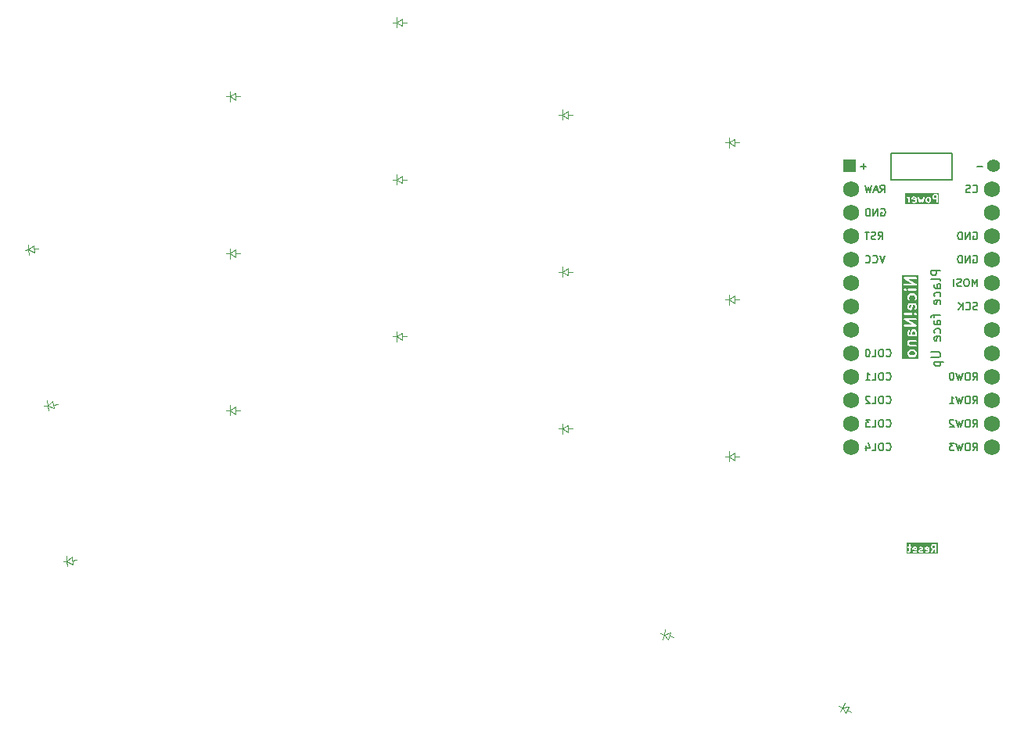
<source format=gbr>
%TF.GenerationSoftware,KiCad,Pcbnew,7.0.11*%
%TF.CreationDate,2024-03-03T11:22:05+13:00*%
%TF.ProjectId,socius-choc-v1,736f6369-7573-42d6-9368-6f632d76312e,v1.0.0*%
%TF.SameCoordinates,Original*%
%TF.FileFunction,Legend,Bot*%
%TF.FilePolarity,Positive*%
%FSLAX46Y46*%
G04 Gerber Fmt 4.6, Leading zero omitted, Abs format (unit mm)*
G04 Created by KiCad (PCBNEW 7.0.11) date 2024-03-03 11:22:05*
%MOMM*%
%LPD*%
G01*
G04 APERTURE LIST*
%ADD10C,0.150000*%
%ADD11C,0.200000*%
%ADD12C,0.100000*%
%ADD13C,1.752600*%
%ADD14R,1.400000X1.400000*%
%ADD15C,1.400000*%
G04 APERTURE END LIST*
D10*
X250212260Y-129902194D02*
X250478927Y-129521241D01*
X250669403Y-129902194D02*
X250669403Y-129102194D01*
X250669403Y-129102194D02*
X250364641Y-129102194D01*
X250364641Y-129102194D02*
X250288451Y-129140289D01*
X250288451Y-129140289D02*
X250250356Y-129178384D01*
X250250356Y-129178384D02*
X250212260Y-129254575D01*
X250212260Y-129254575D02*
X250212260Y-129368860D01*
X250212260Y-129368860D02*
X250250356Y-129445051D01*
X250250356Y-129445051D02*
X250288451Y-129483146D01*
X250288451Y-129483146D02*
X250364641Y-129521241D01*
X250364641Y-129521241D02*
X250669403Y-129521241D01*
X249907499Y-129673622D02*
X249526546Y-129673622D01*
X249983689Y-129902194D02*
X249717022Y-129102194D01*
X249717022Y-129102194D02*
X249450356Y-129902194D01*
X249259880Y-129102194D02*
X249069404Y-129902194D01*
X249069404Y-129902194D02*
X248917023Y-129330765D01*
X248917023Y-129330765D02*
X248764642Y-129902194D01*
X248764642Y-129902194D02*
X248574166Y-129102194D01*
X250288451Y-131680289D02*
X250364641Y-131642194D01*
X250364641Y-131642194D02*
X250478927Y-131642194D01*
X250478927Y-131642194D02*
X250593213Y-131680289D01*
X250593213Y-131680289D02*
X250669403Y-131756479D01*
X250669403Y-131756479D02*
X250707498Y-131832670D01*
X250707498Y-131832670D02*
X250745594Y-131985051D01*
X250745594Y-131985051D02*
X250745594Y-132099337D01*
X250745594Y-132099337D02*
X250707498Y-132251718D01*
X250707498Y-132251718D02*
X250669403Y-132327908D01*
X250669403Y-132327908D02*
X250593213Y-132404099D01*
X250593213Y-132404099D02*
X250478927Y-132442194D01*
X250478927Y-132442194D02*
X250402736Y-132442194D01*
X250402736Y-132442194D02*
X250288451Y-132404099D01*
X250288451Y-132404099D02*
X250250355Y-132366003D01*
X250250355Y-132366003D02*
X250250355Y-132099337D01*
X250250355Y-132099337D02*
X250402736Y-132099337D01*
X249907498Y-132442194D02*
X249907498Y-131642194D01*
X249907498Y-131642194D02*
X249450355Y-132442194D01*
X249450355Y-132442194D02*
X249450355Y-131642194D01*
X249069403Y-132442194D02*
X249069403Y-131642194D01*
X249069403Y-131642194D02*
X248878927Y-131642194D01*
X248878927Y-131642194D02*
X248764641Y-131680289D01*
X248764641Y-131680289D02*
X248688451Y-131756479D01*
X248688451Y-131756479D02*
X248650356Y-131832670D01*
X248650356Y-131832670D02*
X248612260Y-131985051D01*
X248612260Y-131985051D02*
X248612260Y-132099337D01*
X248612260Y-132099337D02*
X248650356Y-132251718D01*
X248650356Y-132251718D02*
X248688451Y-132327908D01*
X248688451Y-132327908D02*
X248764641Y-132404099D01*
X248764641Y-132404099D02*
X248878927Y-132442194D01*
X248878927Y-132442194D02*
X249069403Y-132442194D01*
X249983689Y-134982194D02*
X250250356Y-134601241D01*
X250440832Y-134982194D02*
X250440832Y-134182194D01*
X250440832Y-134182194D02*
X250136070Y-134182194D01*
X250136070Y-134182194D02*
X250059880Y-134220289D01*
X250059880Y-134220289D02*
X250021785Y-134258384D01*
X250021785Y-134258384D02*
X249983689Y-134334575D01*
X249983689Y-134334575D02*
X249983689Y-134448860D01*
X249983689Y-134448860D02*
X250021785Y-134525051D01*
X250021785Y-134525051D02*
X250059880Y-134563146D01*
X250059880Y-134563146D02*
X250136070Y-134601241D01*
X250136070Y-134601241D02*
X250440832Y-134601241D01*
X249678928Y-134944099D02*
X249564642Y-134982194D01*
X249564642Y-134982194D02*
X249374166Y-134982194D01*
X249374166Y-134982194D02*
X249297975Y-134944099D01*
X249297975Y-134944099D02*
X249259880Y-134906003D01*
X249259880Y-134906003D02*
X249221785Y-134829813D01*
X249221785Y-134829813D02*
X249221785Y-134753622D01*
X249221785Y-134753622D02*
X249259880Y-134677432D01*
X249259880Y-134677432D02*
X249297975Y-134639337D01*
X249297975Y-134639337D02*
X249374166Y-134601241D01*
X249374166Y-134601241D02*
X249526547Y-134563146D01*
X249526547Y-134563146D02*
X249602737Y-134525051D01*
X249602737Y-134525051D02*
X249640832Y-134486956D01*
X249640832Y-134486956D02*
X249678928Y-134410765D01*
X249678928Y-134410765D02*
X249678928Y-134334575D01*
X249678928Y-134334575D02*
X249640832Y-134258384D01*
X249640832Y-134258384D02*
X249602737Y-134220289D01*
X249602737Y-134220289D02*
X249526547Y-134182194D01*
X249526547Y-134182194D02*
X249336070Y-134182194D01*
X249336070Y-134182194D02*
X249221785Y-134220289D01*
X248993213Y-134182194D02*
X248536070Y-134182194D01*
X248764642Y-134982194D02*
X248764642Y-134182194D01*
X250669403Y-136722194D02*
X250402736Y-137522194D01*
X250402736Y-137522194D02*
X250136070Y-136722194D01*
X249412260Y-137446003D02*
X249450356Y-137484099D01*
X249450356Y-137484099D02*
X249564641Y-137522194D01*
X249564641Y-137522194D02*
X249640832Y-137522194D01*
X249640832Y-137522194D02*
X249755118Y-137484099D01*
X249755118Y-137484099D02*
X249831308Y-137407908D01*
X249831308Y-137407908D02*
X249869403Y-137331718D01*
X249869403Y-137331718D02*
X249907499Y-137179337D01*
X249907499Y-137179337D02*
X249907499Y-137065051D01*
X249907499Y-137065051D02*
X249869403Y-136912670D01*
X249869403Y-136912670D02*
X249831308Y-136836479D01*
X249831308Y-136836479D02*
X249755118Y-136760289D01*
X249755118Y-136760289D02*
X249640832Y-136722194D01*
X249640832Y-136722194D02*
X249564641Y-136722194D01*
X249564641Y-136722194D02*
X249450356Y-136760289D01*
X249450356Y-136760289D02*
X249412260Y-136798384D01*
X248612260Y-137446003D02*
X248650356Y-137484099D01*
X248650356Y-137484099D02*
X248764641Y-137522194D01*
X248764641Y-137522194D02*
X248840832Y-137522194D01*
X248840832Y-137522194D02*
X248955118Y-137484099D01*
X248955118Y-137484099D02*
X249031308Y-137407908D01*
X249031308Y-137407908D02*
X249069403Y-137331718D01*
X249069403Y-137331718D02*
X249107499Y-137179337D01*
X249107499Y-137179337D02*
X249107499Y-137065051D01*
X249107499Y-137065051D02*
X249069403Y-136912670D01*
X249069403Y-136912670D02*
X249031308Y-136836479D01*
X249031308Y-136836479D02*
X248955118Y-136760289D01*
X248955118Y-136760289D02*
X248840832Y-136722194D01*
X248840832Y-136722194D02*
X248764641Y-136722194D01*
X248764641Y-136722194D02*
X248650356Y-136760289D01*
X248650356Y-136760289D02*
X248612260Y-136798384D01*
X250859879Y-147606003D02*
X250897975Y-147644099D01*
X250897975Y-147644099D02*
X251012260Y-147682194D01*
X251012260Y-147682194D02*
X251088451Y-147682194D01*
X251088451Y-147682194D02*
X251202737Y-147644099D01*
X251202737Y-147644099D02*
X251278927Y-147567908D01*
X251278927Y-147567908D02*
X251317022Y-147491718D01*
X251317022Y-147491718D02*
X251355118Y-147339337D01*
X251355118Y-147339337D02*
X251355118Y-147225051D01*
X251355118Y-147225051D02*
X251317022Y-147072670D01*
X251317022Y-147072670D02*
X251278927Y-146996479D01*
X251278927Y-146996479D02*
X251202737Y-146920289D01*
X251202737Y-146920289D02*
X251088451Y-146882194D01*
X251088451Y-146882194D02*
X251012260Y-146882194D01*
X251012260Y-146882194D02*
X250897975Y-146920289D01*
X250897975Y-146920289D02*
X250859879Y-146958384D01*
X250364641Y-146882194D02*
X250212260Y-146882194D01*
X250212260Y-146882194D02*
X250136070Y-146920289D01*
X250136070Y-146920289D02*
X250059879Y-146996479D01*
X250059879Y-146996479D02*
X250021784Y-147148860D01*
X250021784Y-147148860D02*
X250021784Y-147415527D01*
X250021784Y-147415527D02*
X250059879Y-147567908D01*
X250059879Y-147567908D02*
X250136070Y-147644099D01*
X250136070Y-147644099D02*
X250212260Y-147682194D01*
X250212260Y-147682194D02*
X250364641Y-147682194D01*
X250364641Y-147682194D02*
X250440832Y-147644099D01*
X250440832Y-147644099D02*
X250517022Y-147567908D01*
X250517022Y-147567908D02*
X250555118Y-147415527D01*
X250555118Y-147415527D02*
X250555118Y-147148860D01*
X250555118Y-147148860D02*
X250517022Y-146996479D01*
X250517022Y-146996479D02*
X250440832Y-146920289D01*
X250440832Y-146920289D02*
X250364641Y-146882194D01*
X249297975Y-147682194D02*
X249678927Y-147682194D01*
X249678927Y-147682194D02*
X249678927Y-146882194D01*
X248878927Y-146882194D02*
X248802737Y-146882194D01*
X248802737Y-146882194D02*
X248726546Y-146920289D01*
X248726546Y-146920289D02*
X248688451Y-146958384D01*
X248688451Y-146958384D02*
X248650356Y-147034575D01*
X248650356Y-147034575D02*
X248612261Y-147186956D01*
X248612261Y-147186956D02*
X248612261Y-147377432D01*
X248612261Y-147377432D02*
X248650356Y-147529813D01*
X248650356Y-147529813D02*
X248688451Y-147606003D01*
X248688451Y-147606003D02*
X248726546Y-147644099D01*
X248726546Y-147644099D02*
X248802737Y-147682194D01*
X248802737Y-147682194D02*
X248878927Y-147682194D01*
X248878927Y-147682194D02*
X248955118Y-147644099D01*
X248955118Y-147644099D02*
X248993213Y-147606003D01*
X248993213Y-147606003D02*
X249031308Y-147529813D01*
X249031308Y-147529813D02*
X249069404Y-147377432D01*
X249069404Y-147377432D02*
X249069404Y-147186956D01*
X249069404Y-147186956D02*
X249031308Y-147034575D01*
X249031308Y-147034575D02*
X248993213Y-146958384D01*
X248993213Y-146958384D02*
X248955118Y-146920289D01*
X248955118Y-146920289D02*
X248878927Y-146882194D01*
X250859879Y-150146003D02*
X250897975Y-150184099D01*
X250897975Y-150184099D02*
X251012260Y-150222194D01*
X251012260Y-150222194D02*
X251088451Y-150222194D01*
X251088451Y-150222194D02*
X251202737Y-150184099D01*
X251202737Y-150184099D02*
X251278927Y-150107908D01*
X251278927Y-150107908D02*
X251317022Y-150031718D01*
X251317022Y-150031718D02*
X251355118Y-149879337D01*
X251355118Y-149879337D02*
X251355118Y-149765051D01*
X251355118Y-149765051D02*
X251317022Y-149612670D01*
X251317022Y-149612670D02*
X251278927Y-149536479D01*
X251278927Y-149536479D02*
X251202737Y-149460289D01*
X251202737Y-149460289D02*
X251088451Y-149422194D01*
X251088451Y-149422194D02*
X251012260Y-149422194D01*
X251012260Y-149422194D02*
X250897975Y-149460289D01*
X250897975Y-149460289D02*
X250859879Y-149498384D01*
X250364641Y-149422194D02*
X250212260Y-149422194D01*
X250212260Y-149422194D02*
X250136070Y-149460289D01*
X250136070Y-149460289D02*
X250059879Y-149536479D01*
X250059879Y-149536479D02*
X250021784Y-149688860D01*
X250021784Y-149688860D02*
X250021784Y-149955527D01*
X250021784Y-149955527D02*
X250059879Y-150107908D01*
X250059879Y-150107908D02*
X250136070Y-150184099D01*
X250136070Y-150184099D02*
X250212260Y-150222194D01*
X250212260Y-150222194D02*
X250364641Y-150222194D01*
X250364641Y-150222194D02*
X250440832Y-150184099D01*
X250440832Y-150184099D02*
X250517022Y-150107908D01*
X250517022Y-150107908D02*
X250555118Y-149955527D01*
X250555118Y-149955527D02*
X250555118Y-149688860D01*
X250555118Y-149688860D02*
X250517022Y-149536479D01*
X250517022Y-149536479D02*
X250440832Y-149460289D01*
X250440832Y-149460289D02*
X250364641Y-149422194D01*
X249297975Y-150222194D02*
X249678927Y-150222194D01*
X249678927Y-150222194D02*
X249678927Y-149422194D01*
X248612261Y-150222194D02*
X249069404Y-150222194D01*
X248840832Y-150222194D02*
X248840832Y-149422194D01*
X248840832Y-149422194D02*
X248917023Y-149536479D01*
X248917023Y-149536479D02*
X248993213Y-149612670D01*
X248993213Y-149612670D02*
X249069404Y-149650765D01*
X250859879Y-152686003D02*
X250897975Y-152724099D01*
X250897975Y-152724099D02*
X251012260Y-152762194D01*
X251012260Y-152762194D02*
X251088451Y-152762194D01*
X251088451Y-152762194D02*
X251202737Y-152724099D01*
X251202737Y-152724099D02*
X251278927Y-152647908D01*
X251278927Y-152647908D02*
X251317022Y-152571718D01*
X251317022Y-152571718D02*
X251355118Y-152419337D01*
X251355118Y-152419337D02*
X251355118Y-152305051D01*
X251355118Y-152305051D02*
X251317022Y-152152670D01*
X251317022Y-152152670D02*
X251278927Y-152076479D01*
X251278927Y-152076479D02*
X251202737Y-152000289D01*
X251202737Y-152000289D02*
X251088451Y-151962194D01*
X251088451Y-151962194D02*
X251012260Y-151962194D01*
X251012260Y-151962194D02*
X250897975Y-152000289D01*
X250897975Y-152000289D02*
X250859879Y-152038384D01*
X250364641Y-151962194D02*
X250212260Y-151962194D01*
X250212260Y-151962194D02*
X250136070Y-152000289D01*
X250136070Y-152000289D02*
X250059879Y-152076479D01*
X250059879Y-152076479D02*
X250021784Y-152228860D01*
X250021784Y-152228860D02*
X250021784Y-152495527D01*
X250021784Y-152495527D02*
X250059879Y-152647908D01*
X250059879Y-152647908D02*
X250136070Y-152724099D01*
X250136070Y-152724099D02*
X250212260Y-152762194D01*
X250212260Y-152762194D02*
X250364641Y-152762194D01*
X250364641Y-152762194D02*
X250440832Y-152724099D01*
X250440832Y-152724099D02*
X250517022Y-152647908D01*
X250517022Y-152647908D02*
X250555118Y-152495527D01*
X250555118Y-152495527D02*
X250555118Y-152228860D01*
X250555118Y-152228860D02*
X250517022Y-152076479D01*
X250517022Y-152076479D02*
X250440832Y-152000289D01*
X250440832Y-152000289D02*
X250364641Y-151962194D01*
X249297975Y-152762194D02*
X249678927Y-152762194D01*
X249678927Y-152762194D02*
X249678927Y-151962194D01*
X249069404Y-152038384D02*
X249031308Y-152000289D01*
X249031308Y-152000289D02*
X248955118Y-151962194D01*
X248955118Y-151962194D02*
X248764642Y-151962194D01*
X248764642Y-151962194D02*
X248688451Y-152000289D01*
X248688451Y-152000289D02*
X248650356Y-152038384D01*
X248650356Y-152038384D02*
X248612261Y-152114575D01*
X248612261Y-152114575D02*
X248612261Y-152190765D01*
X248612261Y-152190765D02*
X248650356Y-152305051D01*
X248650356Y-152305051D02*
X249107499Y-152762194D01*
X249107499Y-152762194D02*
X248612261Y-152762194D01*
X250859879Y-155226003D02*
X250897975Y-155264099D01*
X250897975Y-155264099D02*
X251012260Y-155302194D01*
X251012260Y-155302194D02*
X251088451Y-155302194D01*
X251088451Y-155302194D02*
X251202737Y-155264099D01*
X251202737Y-155264099D02*
X251278927Y-155187908D01*
X251278927Y-155187908D02*
X251317022Y-155111718D01*
X251317022Y-155111718D02*
X251355118Y-154959337D01*
X251355118Y-154959337D02*
X251355118Y-154845051D01*
X251355118Y-154845051D02*
X251317022Y-154692670D01*
X251317022Y-154692670D02*
X251278927Y-154616479D01*
X251278927Y-154616479D02*
X251202737Y-154540289D01*
X251202737Y-154540289D02*
X251088451Y-154502194D01*
X251088451Y-154502194D02*
X251012260Y-154502194D01*
X251012260Y-154502194D02*
X250897975Y-154540289D01*
X250897975Y-154540289D02*
X250859879Y-154578384D01*
X250364641Y-154502194D02*
X250212260Y-154502194D01*
X250212260Y-154502194D02*
X250136070Y-154540289D01*
X250136070Y-154540289D02*
X250059879Y-154616479D01*
X250059879Y-154616479D02*
X250021784Y-154768860D01*
X250021784Y-154768860D02*
X250021784Y-155035527D01*
X250021784Y-155035527D02*
X250059879Y-155187908D01*
X250059879Y-155187908D02*
X250136070Y-155264099D01*
X250136070Y-155264099D02*
X250212260Y-155302194D01*
X250212260Y-155302194D02*
X250364641Y-155302194D01*
X250364641Y-155302194D02*
X250440832Y-155264099D01*
X250440832Y-155264099D02*
X250517022Y-155187908D01*
X250517022Y-155187908D02*
X250555118Y-155035527D01*
X250555118Y-155035527D02*
X250555118Y-154768860D01*
X250555118Y-154768860D02*
X250517022Y-154616479D01*
X250517022Y-154616479D02*
X250440832Y-154540289D01*
X250440832Y-154540289D02*
X250364641Y-154502194D01*
X249297975Y-155302194D02*
X249678927Y-155302194D01*
X249678927Y-155302194D02*
X249678927Y-154502194D01*
X249107499Y-154502194D02*
X248612261Y-154502194D01*
X248612261Y-154502194D02*
X248878927Y-154806956D01*
X248878927Y-154806956D02*
X248764642Y-154806956D01*
X248764642Y-154806956D02*
X248688451Y-154845051D01*
X248688451Y-154845051D02*
X248650356Y-154883146D01*
X248650356Y-154883146D02*
X248612261Y-154959337D01*
X248612261Y-154959337D02*
X248612261Y-155149813D01*
X248612261Y-155149813D02*
X248650356Y-155226003D01*
X248650356Y-155226003D02*
X248688451Y-155264099D01*
X248688451Y-155264099D02*
X248764642Y-155302194D01*
X248764642Y-155302194D02*
X248993213Y-155302194D01*
X248993213Y-155302194D02*
X249069404Y-155264099D01*
X249069404Y-155264099D02*
X249107499Y-155226003D01*
X250859879Y-157766003D02*
X250897975Y-157804099D01*
X250897975Y-157804099D02*
X251012260Y-157842194D01*
X251012260Y-157842194D02*
X251088451Y-157842194D01*
X251088451Y-157842194D02*
X251202737Y-157804099D01*
X251202737Y-157804099D02*
X251278927Y-157727908D01*
X251278927Y-157727908D02*
X251317022Y-157651718D01*
X251317022Y-157651718D02*
X251355118Y-157499337D01*
X251355118Y-157499337D02*
X251355118Y-157385051D01*
X251355118Y-157385051D02*
X251317022Y-157232670D01*
X251317022Y-157232670D02*
X251278927Y-157156479D01*
X251278927Y-157156479D02*
X251202737Y-157080289D01*
X251202737Y-157080289D02*
X251088451Y-157042194D01*
X251088451Y-157042194D02*
X251012260Y-157042194D01*
X251012260Y-157042194D02*
X250897975Y-157080289D01*
X250897975Y-157080289D02*
X250859879Y-157118384D01*
X250364641Y-157042194D02*
X250212260Y-157042194D01*
X250212260Y-157042194D02*
X250136070Y-157080289D01*
X250136070Y-157080289D02*
X250059879Y-157156479D01*
X250059879Y-157156479D02*
X250021784Y-157308860D01*
X250021784Y-157308860D02*
X250021784Y-157575527D01*
X250021784Y-157575527D02*
X250059879Y-157727908D01*
X250059879Y-157727908D02*
X250136070Y-157804099D01*
X250136070Y-157804099D02*
X250212260Y-157842194D01*
X250212260Y-157842194D02*
X250364641Y-157842194D01*
X250364641Y-157842194D02*
X250440832Y-157804099D01*
X250440832Y-157804099D02*
X250517022Y-157727908D01*
X250517022Y-157727908D02*
X250555118Y-157575527D01*
X250555118Y-157575527D02*
X250555118Y-157308860D01*
X250555118Y-157308860D02*
X250517022Y-157156479D01*
X250517022Y-157156479D02*
X250440832Y-157080289D01*
X250440832Y-157080289D02*
X250364641Y-157042194D01*
X249297975Y-157842194D02*
X249678927Y-157842194D01*
X249678927Y-157842194D02*
X249678927Y-157042194D01*
X248688451Y-157308860D02*
X248688451Y-157842194D01*
X248878927Y-157004099D02*
X249069404Y-157575527D01*
X249069404Y-157575527D02*
X248574165Y-157575527D01*
X260214892Y-129826003D02*
X260252988Y-129864099D01*
X260252988Y-129864099D02*
X260367273Y-129902194D01*
X260367273Y-129902194D02*
X260443464Y-129902194D01*
X260443464Y-129902194D02*
X260557750Y-129864099D01*
X260557750Y-129864099D02*
X260633940Y-129787908D01*
X260633940Y-129787908D02*
X260672035Y-129711718D01*
X260672035Y-129711718D02*
X260710131Y-129559337D01*
X260710131Y-129559337D02*
X260710131Y-129445051D01*
X260710131Y-129445051D02*
X260672035Y-129292670D01*
X260672035Y-129292670D02*
X260633940Y-129216479D01*
X260633940Y-129216479D02*
X260557750Y-129140289D01*
X260557750Y-129140289D02*
X260443464Y-129102194D01*
X260443464Y-129102194D02*
X260367273Y-129102194D01*
X260367273Y-129102194D02*
X260252988Y-129140289D01*
X260252988Y-129140289D02*
X260214892Y-129178384D01*
X259910131Y-129864099D02*
X259795845Y-129902194D01*
X259795845Y-129902194D02*
X259605369Y-129902194D01*
X259605369Y-129902194D02*
X259529178Y-129864099D01*
X259529178Y-129864099D02*
X259491083Y-129826003D01*
X259491083Y-129826003D02*
X259452988Y-129749813D01*
X259452988Y-129749813D02*
X259452988Y-129673622D01*
X259452988Y-129673622D02*
X259491083Y-129597432D01*
X259491083Y-129597432D02*
X259529178Y-129559337D01*
X259529178Y-129559337D02*
X259605369Y-129521241D01*
X259605369Y-129521241D02*
X259757750Y-129483146D01*
X259757750Y-129483146D02*
X259833940Y-129445051D01*
X259833940Y-129445051D02*
X259872035Y-129406956D01*
X259872035Y-129406956D02*
X259910131Y-129330765D01*
X259910131Y-129330765D02*
X259910131Y-129254575D01*
X259910131Y-129254575D02*
X259872035Y-129178384D01*
X259872035Y-129178384D02*
X259833940Y-129140289D01*
X259833940Y-129140289D02*
X259757750Y-129102194D01*
X259757750Y-129102194D02*
X259567273Y-129102194D01*
X259567273Y-129102194D02*
X259452988Y-129140289D01*
X260252988Y-134220289D02*
X260329178Y-134182194D01*
X260329178Y-134182194D02*
X260443464Y-134182194D01*
X260443464Y-134182194D02*
X260557750Y-134220289D01*
X260557750Y-134220289D02*
X260633940Y-134296479D01*
X260633940Y-134296479D02*
X260672035Y-134372670D01*
X260672035Y-134372670D02*
X260710131Y-134525051D01*
X260710131Y-134525051D02*
X260710131Y-134639337D01*
X260710131Y-134639337D02*
X260672035Y-134791718D01*
X260672035Y-134791718D02*
X260633940Y-134867908D01*
X260633940Y-134867908D02*
X260557750Y-134944099D01*
X260557750Y-134944099D02*
X260443464Y-134982194D01*
X260443464Y-134982194D02*
X260367273Y-134982194D01*
X260367273Y-134982194D02*
X260252988Y-134944099D01*
X260252988Y-134944099D02*
X260214892Y-134906003D01*
X260214892Y-134906003D02*
X260214892Y-134639337D01*
X260214892Y-134639337D02*
X260367273Y-134639337D01*
X259872035Y-134982194D02*
X259872035Y-134182194D01*
X259872035Y-134182194D02*
X259414892Y-134982194D01*
X259414892Y-134982194D02*
X259414892Y-134182194D01*
X259033940Y-134982194D02*
X259033940Y-134182194D01*
X259033940Y-134182194D02*
X258843464Y-134182194D01*
X258843464Y-134182194D02*
X258729178Y-134220289D01*
X258729178Y-134220289D02*
X258652988Y-134296479D01*
X258652988Y-134296479D02*
X258614893Y-134372670D01*
X258614893Y-134372670D02*
X258576797Y-134525051D01*
X258576797Y-134525051D02*
X258576797Y-134639337D01*
X258576797Y-134639337D02*
X258614893Y-134791718D01*
X258614893Y-134791718D02*
X258652988Y-134867908D01*
X258652988Y-134867908D02*
X258729178Y-134944099D01*
X258729178Y-134944099D02*
X258843464Y-134982194D01*
X258843464Y-134982194D02*
X259033940Y-134982194D01*
X260252988Y-136760289D02*
X260329178Y-136722194D01*
X260329178Y-136722194D02*
X260443464Y-136722194D01*
X260443464Y-136722194D02*
X260557750Y-136760289D01*
X260557750Y-136760289D02*
X260633940Y-136836479D01*
X260633940Y-136836479D02*
X260672035Y-136912670D01*
X260672035Y-136912670D02*
X260710131Y-137065051D01*
X260710131Y-137065051D02*
X260710131Y-137179337D01*
X260710131Y-137179337D02*
X260672035Y-137331718D01*
X260672035Y-137331718D02*
X260633940Y-137407908D01*
X260633940Y-137407908D02*
X260557750Y-137484099D01*
X260557750Y-137484099D02*
X260443464Y-137522194D01*
X260443464Y-137522194D02*
X260367273Y-137522194D01*
X260367273Y-137522194D02*
X260252988Y-137484099D01*
X260252988Y-137484099D02*
X260214892Y-137446003D01*
X260214892Y-137446003D02*
X260214892Y-137179337D01*
X260214892Y-137179337D02*
X260367273Y-137179337D01*
X259872035Y-137522194D02*
X259872035Y-136722194D01*
X259872035Y-136722194D02*
X259414892Y-137522194D01*
X259414892Y-137522194D02*
X259414892Y-136722194D01*
X259033940Y-137522194D02*
X259033940Y-136722194D01*
X259033940Y-136722194D02*
X258843464Y-136722194D01*
X258843464Y-136722194D02*
X258729178Y-136760289D01*
X258729178Y-136760289D02*
X258652988Y-136836479D01*
X258652988Y-136836479D02*
X258614893Y-136912670D01*
X258614893Y-136912670D02*
X258576797Y-137065051D01*
X258576797Y-137065051D02*
X258576797Y-137179337D01*
X258576797Y-137179337D02*
X258614893Y-137331718D01*
X258614893Y-137331718D02*
X258652988Y-137407908D01*
X258652988Y-137407908D02*
X258729178Y-137484099D01*
X258729178Y-137484099D02*
X258843464Y-137522194D01*
X258843464Y-137522194D02*
X259033940Y-137522194D01*
X260672035Y-140062194D02*
X260672035Y-139262194D01*
X260672035Y-139262194D02*
X260405369Y-139833622D01*
X260405369Y-139833622D02*
X260138702Y-139262194D01*
X260138702Y-139262194D02*
X260138702Y-140062194D01*
X259605368Y-139262194D02*
X259452987Y-139262194D01*
X259452987Y-139262194D02*
X259376797Y-139300289D01*
X259376797Y-139300289D02*
X259300606Y-139376479D01*
X259300606Y-139376479D02*
X259262511Y-139528860D01*
X259262511Y-139528860D02*
X259262511Y-139795527D01*
X259262511Y-139795527D02*
X259300606Y-139947908D01*
X259300606Y-139947908D02*
X259376797Y-140024099D01*
X259376797Y-140024099D02*
X259452987Y-140062194D01*
X259452987Y-140062194D02*
X259605368Y-140062194D01*
X259605368Y-140062194D02*
X259681559Y-140024099D01*
X259681559Y-140024099D02*
X259757749Y-139947908D01*
X259757749Y-139947908D02*
X259795845Y-139795527D01*
X259795845Y-139795527D02*
X259795845Y-139528860D01*
X259795845Y-139528860D02*
X259757749Y-139376479D01*
X259757749Y-139376479D02*
X259681559Y-139300289D01*
X259681559Y-139300289D02*
X259605368Y-139262194D01*
X258957750Y-140024099D02*
X258843464Y-140062194D01*
X258843464Y-140062194D02*
X258652988Y-140062194D01*
X258652988Y-140062194D02*
X258576797Y-140024099D01*
X258576797Y-140024099D02*
X258538702Y-139986003D01*
X258538702Y-139986003D02*
X258500607Y-139909813D01*
X258500607Y-139909813D02*
X258500607Y-139833622D01*
X258500607Y-139833622D02*
X258538702Y-139757432D01*
X258538702Y-139757432D02*
X258576797Y-139719337D01*
X258576797Y-139719337D02*
X258652988Y-139681241D01*
X258652988Y-139681241D02*
X258805369Y-139643146D01*
X258805369Y-139643146D02*
X258881559Y-139605051D01*
X258881559Y-139605051D02*
X258919654Y-139566956D01*
X258919654Y-139566956D02*
X258957750Y-139490765D01*
X258957750Y-139490765D02*
X258957750Y-139414575D01*
X258957750Y-139414575D02*
X258919654Y-139338384D01*
X258919654Y-139338384D02*
X258881559Y-139300289D01*
X258881559Y-139300289D02*
X258805369Y-139262194D01*
X258805369Y-139262194D02*
X258614892Y-139262194D01*
X258614892Y-139262194D02*
X258500607Y-139300289D01*
X258157749Y-140062194D02*
X258157749Y-139262194D01*
X260710131Y-142564099D02*
X260595845Y-142602194D01*
X260595845Y-142602194D02*
X260405369Y-142602194D01*
X260405369Y-142602194D02*
X260329178Y-142564099D01*
X260329178Y-142564099D02*
X260291083Y-142526003D01*
X260291083Y-142526003D02*
X260252988Y-142449813D01*
X260252988Y-142449813D02*
X260252988Y-142373622D01*
X260252988Y-142373622D02*
X260291083Y-142297432D01*
X260291083Y-142297432D02*
X260329178Y-142259337D01*
X260329178Y-142259337D02*
X260405369Y-142221241D01*
X260405369Y-142221241D02*
X260557750Y-142183146D01*
X260557750Y-142183146D02*
X260633940Y-142145051D01*
X260633940Y-142145051D02*
X260672035Y-142106956D01*
X260672035Y-142106956D02*
X260710131Y-142030765D01*
X260710131Y-142030765D02*
X260710131Y-141954575D01*
X260710131Y-141954575D02*
X260672035Y-141878384D01*
X260672035Y-141878384D02*
X260633940Y-141840289D01*
X260633940Y-141840289D02*
X260557750Y-141802194D01*
X260557750Y-141802194D02*
X260367273Y-141802194D01*
X260367273Y-141802194D02*
X260252988Y-141840289D01*
X259452987Y-142526003D02*
X259491083Y-142564099D01*
X259491083Y-142564099D02*
X259605368Y-142602194D01*
X259605368Y-142602194D02*
X259681559Y-142602194D01*
X259681559Y-142602194D02*
X259795845Y-142564099D01*
X259795845Y-142564099D02*
X259872035Y-142487908D01*
X259872035Y-142487908D02*
X259910130Y-142411718D01*
X259910130Y-142411718D02*
X259948226Y-142259337D01*
X259948226Y-142259337D02*
X259948226Y-142145051D01*
X259948226Y-142145051D02*
X259910130Y-141992670D01*
X259910130Y-141992670D02*
X259872035Y-141916479D01*
X259872035Y-141916479D02*
X259795845Y-141840289D01*
X259795845Y-141840289D02*
X259681559Y-141802194D01*
X259681559Y-141802194D02*
X259605368Y-141802194D01*
X259605368Y-141802194D02*
X259491083Y-141840289D01*
X259491083Y-141840289D02*
X259452987Y-141878384D01*
X259110130Y-142602194D02*
X259110130Y-141802194D01*
X258652987Y-142602194D02*
X258995845Y-142145051D01*
X258652987Y-141802194D02*
X259110130Y-142259337D01*
X260214892Y-150222194D02*
X260481559Y-149841241D01*
X260672035Y-150222194D02*
X260672035Y-149422194D01*
X260672035Y-149422194D02*
X260367273Y-149422194D01*
X260367273Y-149422194D02*
X260291083Y-149460289D01*
X260291083Y-149460289D02*
X260252988Y-149498384D01*
X260252988Y-149498384D02*
X260214892Y-149574575D01*
X260214892Y-149574575D02*
X260214892Y-149688860D01*
X260214892Y-149688860D02*
X260252988Y-149765051D01*
X260252988Y-149765051D02*
X260291083Y-149803146D01*
X260291083Y-149803146D02*
X260367273Y-149841241D01*
X260367273Y-149841241D02*
X260672035Y-149841241D01*
X259719654Y-149422194D02*
X259567273Y-149422194D01*
X259567273Y-149422194D02*
X259491083Y-149460289D01*
X259491083Y-149460289D02*
X259414892Y-149536479D01*
X259414892Y-149536479D02*
X259376797Y-149688860D01*
X259376797Y-149688860D02*
X259376797Y-149955527D01*
X259376797Y-149955527D02*
X259414892Y-150107908D01*
X259414892Y-150107908D02*
X259491083Y-150184099D01*
X259491083Y-150184099D02*
X259567273Y-150222194D01*
X259567273Y-150222194D02*
X259719654Y-150222194D01*
X259719654Y-150222194D02*
X259795845Y-150184099D01*
X259795845Y-150184099D02*
X259872035Y-150107908D01*
X259872035Y-150107908D02*
X259910131Y-149955527D01*
X259910131Y-149955527D02*
X259910131Y-149688860D01*
X259910131Y-149688860D02*
X259872035Y-149536479D01*
X259872035Y-149536479D02*
X259795845Y-149460289D01*
X259795845Y-149460289D02*
X259719654Y-149422194D01*
X259110131Y-149422194D02*
X258919655Y-150222194D01*
X258919655Y-150222194D02*
X258767274Y-149650765D01*
X258767274Y-149650765D02*
X258614893Y-150222194D01*
X258614893Y-150222194D02*
X258424417Y-149422194D01*
X257967273Y-149422194D02*
X257891083Y-149422194D01*
X257891083Y-149422194D02*
X257814892Y-149460289D01*
X257814892Y-149460289D02*
X257776797Y-149498384D01*
X257776797Y-149498384D02*
X257738702Y-149574575D01*
X257738702Y-149574575D02*
X257700607Y-149726956D01*
X257700607Y-149726956D02*
X257700607Y-149917432D01*
X257700607Y-149917432D02*
X257738702Y-150069813D01*
X257738702Y-150069813D02*
X257776797Y-150146003D01*
X257776797Y-150146003D02*
X257814892Y-150184099D01*
X257814892Y-150184099D02*
X257891083Y-150222194D01*
X257891083Y-150222194D02*
X257967273Y-150222194D01*
X257967273Y-150222194D02*
X258043464Y-150184099D01*
X258043464Y-150184099D02*
X258081559Y-150146003D01*
X258081559Y-150146003D02*
X258119654Y-150069813D01*
X258119654Y-150069813D02*
X258157750Y-149917432D01*
X258157750Y-149917432D02*
X258157750Y-149726956D01*
X258157750Y-149726956D02*
X258119654Y-149574575D01*
X258119654Y-149574575D02*
X258081559Y-149498384D01*
X258081559Y-149498384D02*
X258043464Y-149460289D01*
X258043464Y-149460289D02*
X257967273Y-149422194D01*
X260214892Y-152762194D02*
X260481559Y-152381241D01*
X260672035Y-152762194D02*
X260672035Y-151962194D01*
X260672035Y-151962194D02*
X260367273Y-151962194D01*
X260367273Y-151962194D02*
X260291083Y-152000289D01*
X260291083Y-152000289D02*
X260252988Y-152038384D01*
X260252988Y-152038384D02*
X260214892Y-152114575D01*
X260214892Y-152114575D02*
X260214892Y-152228860D01*
X260214892Y-152228860D02*
X260252988Y-152305051D01*
X260252988Y-152305051D02*
X260291083Y-152343146D01*
X260291083Y-152343146D02*
X260367273Y-152381241D01*
X260367273Y-152381241D02*
X260672035Y-152381241D01*
X259719654Y-151962194D02*
X259567273Y-151962194D01*
X259567273Y-151962194D02*
X259491083Y-152000289D01*
X259491083Y-152000289D02*
X259414892Y-152076479D01*
X259414892Y-152076479D02*
X259376797Y-152228860D01*
X259376797Y-152228860D02*
X259376797Y-152495527D01*
X259376797Y-152495527D02*
X259414892Y-152647908D01*
X259414892Y-152647908D02*
X259491083Y-152724099D01*
X259491083Y-152724099D02*
X259567273Y-152762194D01*
X259567273Y-152762194D02*
X259719654Y-152762194D01*
X259719654Y-152762194D02*
X259795845Y-152724099D01*
X259795845Y-152724099D02*
X259872035Y-152647908D01*
X259872035Y-152647908D02*
X259910131Y-152495527D01*
X259910131Y-152495527D02*
X259910131Y-152228860D01*
X259910131Y-152228860D02*
X259872035Y-152076479D01*
X259872035Y-152076479D02*
X259795845Y-152000289D01*
X259795845Y-152000289D02*
X259719654Y-151962194D01*
X259110131Y-151962194D02*
X258919655Y-152762194D01*
X258919655Y-152762194D02*
X258767274Y-152190765D01*
X258767274Y-152190765D02*
X258614893Y-152762194D01*
X258614893Y-152762194D02*
X258424417Y-151962194D01*
X257700607Y-152762194D02*
X258157750Y-152762194D01*
X257929178Y-152762194D02*
X257929178Y-151962194D01*
X257929178Y-151962194D02*
X258005369Y-152076479D01*
X258005369Y-152076479D02*
X258081559Y-152152670D01*
X258081559Y-152152670D02*
X258157750Y-152190765D01*
X260214892Y-155302194D02*
X260481559Y-154921241D01*
X260672035Y-155302194D02*
X260672035Y-154502194D01*
X260672035Y-154502194D02*
X260367273Y-154502194D01*
X260367273Y-154502194D02*
X260291083Y-154540289D01*
X260291083Y-154540289D02*
X260252988Y-154578384D01*
X260252988Y-154578384D02*
X260214892Y-154654575D01*
X260214892Y-154654575D02*
X260214892Y-154768860D01*
X260214892Y-154768860D02*
X260252988Y-154845051D01*
X260252988Y-154845051D02*
X260291083Y-154883146D01*
X260291083Y-154883146D02*
X260367273Y-154921241D01*
X260367273Y-154921241D02*
X260672035Y-154921241D01*
X259719654Y-154502194D02*
X259567273Y-154502194D01*
X259567273Y-154502194D02*
X259491083Y-154540289D01*
X259491083Y-154540289D02*
X259414892Y-154616479D01*
X259414892Y-154616479D02*
X259376797Y-154768860D01*
X259376797Y-154768860D02*
X259376797Y-155035527D01*
X259376797Y-155035527D02*
X259414892Y-155187908D01*
X259414892Y-155187908D02*
X259491083Y-155264099D01*
X259491083Y-155264099D02*
X259567273Y-155302194D01*
X259567273Y-155302194D02*
X259719654Y-155302194D01*
X259719654Y-155302194D02*
X259795845Y-155264099D01*
X259795845Y-155264099D02*
X259872035Y-155187908D01*
X259872035Y-155187908D02*
X259910131Y-155035527D01*
X259910131Y-155035527D02*
X259910131Y-154768860D01*
X259910131Y-154768860D02*
X259872035Y-154616479D01*
X259872035Y-154616479D02*
X259795845Y-154540289D01*
X259795845Y-154540289D02*
X259719654Y-154502194D01*
X259110131Y-154502194D02*
X258919655Y-155302194D01*
X258919655Y-155302194D02*
X258767274Y-154730765D01*
X258767274Y-154730765D02*
X258614893Y-155302194D01*
X258614893Y-155302194D02*
X258424417Y-154502194D01*
X258157750Y-154578384D02*
X258119654Y-154540289D01*
X258119654Y-154540289D02*
X258043464Y-154502194D01*
X258043464Y-154502194D02*
X257852988Y-154502194D01*
X257852988Y-154502194D02*
X257776797Y-154540289D01*
X257776797Y-154540289D02*
X257738702Y-154578384D01*
X257738702Y-154578384D02*
X257700607Y-154654575D01*
X257700607Y-154654575D02*
X257700607Y-154730765D01*
X257700607Y-154730765D02*
X257738702Y-154845051D01*
X257738702Y-154845051D02*
X258195845Y-155302194D01*
X258195845Y-155302194D02*
X257700607Y-155302194D01*
X260214892Y-157842194D02*
X260481559Y-157461241D01*
X260672035Y-157842194D02*
X260672035Y-157042194D01*
X260672035Y-157042194D02*
X260367273Y-157042194D01*
X260367273Y-157042194D02*
X260291083Y-157080289D01*
X260291083Y-157080289D02*
X260252988Y-157118384D01*
X260252988Y-157118384D02*
X260214892Y-157194575D01*
X260214892Y-157194575D02*
X260214892Y-157308860D01*
X260214892Y-157308860D02*
X260252988Y-157385051D01*
X260252988Y-157385051D02*
X260291083Y-157423146D01*
X260291083Y-157423146D02*
X260367273Y-157461241D01*
X260367273Y-157461241D02*
X260672035Y-157461241D01*
X259719654Y-157042194D02*
X259567273Y-157042194D01*
X259567273Y-157042194D02*
X259491083Y-157080289D01*
X259491083Y-157080289D02*
X259414892Y-157156479D01*
X259414892Y-157156479D02*
X259376797Y-157308860D01*
X259376797Y-157308860D02*
X259376797Y-157575527D01*
X259376797Y-157575527D02*
X259414892Y-157727908D01*
X259414892Y-157727908D02*
X259491083Y-157804099D01*
X259491083Y-157804099D02*
X259567273Y-157842194D01*
X259567273Y-157842194D02*
X259719654Y-157842194D01*
X259719654Y-157842194D02*
X259795845Y-157804099D01*
X259795845Y-157804099D02*
X259872035Y-157727908D01*
X259872035Y-157727908D02*
X259910131Y-157575527D01*
X259910131Y-157575527D02*
X259910131Y-157308860D01*
X259910131Y-157308860D02*
X259872035Y-157156479D01*
X259872035Y-157156479D02*
X259795845Y-157080289D01*
X259795845Y-157080289D02*
X259719654Y-157042194D01*
X259110131Y-157042194D02*
X258919655Y-157842194D01*
X258919655Y-157842194D02*
X258767274Y-157270765D01*
X258767274Y-157270765D02*
X258614893Y-157842194D01*
X258614893Y-157842194D02*
X258424417Y-157042194D01*
X258195845Y-157042194D02*
X257700607Y-157042194D01*
X257700607Y-157042194D02*
X257967273Y-157346956D01*
X257967273Y-157346956D02*
X257852988Y-157346956D01*
X257852988Y-157346956D02*
X257776797Y-157385051D01*
X257776797Y-157385051D02*
X257738702Y-157423146D01*
X257738702Y-157423146D02*
X257700607Y-157499337D01*
X257700607Y-157499337D02*
X257700607Y-157689813D01*
X257700607Y-157689813D02*
X257738702Y-157766003D01*
X257738702Y-157766003D02*
X257776797Y-157804099D01*
X257776797Y-157804099D02*
X257852988Y-157842194D01*
X257852988Y-157842194D02*
X258081559Y-157842194D01*
X258081559Y-157842194D02*
X258157750Y-157804099D01*
X258157750Y-157804099D02*
X258195845Y-157766003D01*
D11*
G36*
X253871220Y-147150607D02*
G01*
X253905414Y-147184800D01*
X253944742Y-147263456D01*
X253944742Y-147387672D01*
X253905413Y-147466329D01*
X253871220Y-147500522D01*
X253792564Y-147539850D01*
X253496921Y-147539850D01*
X253418263Y-147500521D01*
X253384070Y-147466328D01*
X253344742Y-147387672D01*
X253344742Y-147263458D01*
X253384070Y-147184801D01*
X253418263Y-147150607D01*
X253496922Y-147111279D01*
X253792564Y-147111279D01*
X253871220Y-147150607D01*
G37*
G36*
X253913063Y-144971529D02*
G01*
X253944742Y-145034886D01*
X253944742Y-145273387D01*
X253925796Y-145311280D01*
X253682958Y-145311280D01*
X253687600Y-145296994D01*
X253687600Y-145034886D01*
X253719277Y-144971529D01*
X253782636Y-144939851D01*
X253849707Y-144939851D01*
X253913063Y-144971529D01*
G37*
G36*
X253448477Y-142454137D02*
G01*
X253439779Y-142454137D01*
X253376420Y-142422458D01*
X253344742Y-142359101D01*
X253344742Y-142177744D01*
X253376420Y-142114386D01*
X253439779Y-142082708D01*
X253522762Y-142082708D01*
X253448477Y-142454137D01*
G37*
G36*
X254316171Y-147911279D02*
G01*
X252574544Y-147911279D01*
X252574544Y-147411279D01*
X253144742Y-147411279D01*
X253151865Y-147433202D01*
X253155299Y-147456000D01*
X253212442Y-147570287D01*
X253223816Y-147581834D01*
X253231174Y-147596276D01*
X253288317Y-147653418D01*
X253302757Y-147660776D01*
X253314307Y-147672151D01*
X253428593Y-147729293D01*
X253451390Y-147732726D01*
X253473314Y-147739850D01*
X253816171Y-147739850D01*
X253838094Y-147732726D01*
X253860892Y-147729293D01*
X253975178Y-147672151D01*
X253986725Y-147660777D01*
X254001168Y-147653419D01*
X254058310Y-147596276D01*
X254065668Y-147581835D01*
X254077043Y-147570286D01*
X254134185Y-147456000D01*
X254137618Y-147433202D01*
X254144742Y-147411279D01*
X254144742Y-147239850D01*
X254137618Y-147217926D01*
X254134185Y-147195129D01*
X254077043Y-147080844D01*
X254065668Y-147069295D01*
X254058310Y-147054854D01*
X254001168Y-146997711D01*
X253986726Y-146990353D01*
X253975179Y-146978979D01*
X253860892Y-146921836D01*
X253838094Y-146918402D01*
X253816171Y-146911279D01*
X253473314Y-146911279D01*
X253451390Y-146918402D01*
X253428593Y-146921836D01*
X253314307Y-146978979D01*
X253302758Y-146990353D01*
X253288317Y-146997712D01*
X253231174Y-147054854D01*
X253223815Y-147069296D01*
X253212443Y-147080843D01*
X253155299Y-147195128D01*
X253151865Y-147217926D01*
X253144742Y-147239850D01*
X253144742Y-147411279D01*
X252574544Y-147411279D01*
X252574544Y-146325565D01*
X253144742Y-146325565D01*
X253151865Y-146347488D01*
X253155299Y-146370286D01*
X253212442Y-146484573D01*
X253213000Y-146485140D01*
X253213131Y-146485925D01*
X253234617Y-146507087D01*
X253255811Y-146528605D01*
X253256597Y-146528735D01*
X253257164Y-146529294D01*
X253371450Y-146586437D01*
X253394247Y-146589870D01*
X253416171Y-146596994D01*
X254044742Y-146596994D01*
X254103521Y-146577896D01*
X254139848Y-146527896D01*
X254139848Y-146466092D01*
X254103521Y-146416092D01*
X254044742Y-146396994D01*
X253439779Y-146396994D01*
X253376420Y-146365315D01*
X253344742Y-146301958D01*
X253344742Y-146177744D01*
X253384070Y-146099087D01*
X253400450Y-146082708D01*
X254044742Y-146082708D01*
X254103521Y-146063610D01*
X254139848Y-146013610D01*
X254139848Y-145951806D01*
X254103521Y-145901806D01*
X254044742Y-145882708D01*
X253244742Y-145882708D01*
X253185963Y-145901806D01*
X253149636Y-145951806D01*
X253149636Y-146013610D01*
X253181365Y-146057282D01*
X253155299Y-146109414D01*
X253151865Y-146132212D01*
X253144742Y-146154136D01*
X253144742Y-146325565D01*
X252574544Y-146325565D01*
X252574544Y-145239851D01*
X253144742Y-145239851D01*
X253151865Y-145261774D01*
X253155299Y-145284572D01*
X253212442Y-145398859D01*
X253213000Y-145399426D01*
X253213131Y-145400211D01*
X253234617Y-145421373D01*
X253255811Y-145442891D01*
X253256597Y-145443021D01*
X253257164Y-145443580D01*
X253371450Y-145500723D01*
X253394247Y-145504156D01*
X253416171Y-145511280D01*
X254044742Y-145511280D01*
X254103521Y-145492182D01*
X254139848Y-145442182D01*
X254139848Y-145380378D01*
X254125042Y-145360000D01*
X254134185Y-145341715D01*
X254137618Y-145318917D01*
X254144742Y-145296994D01*
X254144742Y-145011280D01*
X254137618Y-144989356D01*
X254134185Y-144966559D01*
X254077043Y-144852273D01*
X254076484Y-144851706D01*
X254076354Y-144850920D01*
X254054853Y-144829742D01*
X254033675Y-144808240D01*
X254032888Y-144808109D01*
X254032322Y-144807551D01*
X253918035Y-144750408D01*
X253895237Y-144746974D01*
X253873314Y-144739851D01*
X253759028Y-144739851D01*
X253737104Y-144746974D01*
X253714307Y-144750408D01*
X253600021Y-144807551D01*
X253599454Y-144808109D01*
X253598667Y-144808240D01*
X253577473Y-144829758D01*
X253555988Y-144850920D01*
X253555857Y-144851706D01*
X253555299Y-144852273D01*
X253498157Y-144966559D01*
X253494723Y-144989356D01*
X253487600Y-145011280D01*
X253487600Y-145273386D01*
X253468653Y-145311280D01*
X253439779Y-145311280D01*
X253376420Y-145279601D01*
X253344742Y-145216244D01*
X253344742Y-145034887D01*
X253391328Y-144941715D01*
X253400533Y-144880601D01*
X253372057Y-144825748D01*
X253316778Y-144798108D01*
X253255811Y-144808240D01*
X253212442Y-144852272D01*
X253155299Y-144966559D01*
X253151865Y-144989356D01*
X253144742Y-145011280D01*
X253144742Y-145239851D01*
X252574544Y-145239851D01*
X252574544Y-143619496D01*
X252746835Y-143619496D01*
X252749636Y-143645049D01*
X252749636Y-143670753D01*
X252752953Y-143675319D01*
X252753569Y-143680931D01*
X252770851Y-143699954D01*
X252785963Y-143720753D01*
X252791332Y-143722497D01*
X252795128Y-143726675D01*
X253668186Y-144225565D01*
X252844742Y-144225565D01*
X252785963Y-144244663D01*
X252749636Y-144294663D01*
X252749636Y-144356467D01*
X252785963Y-144406467D01*
X252844742Y-144425565D01*
X254044742Y-144425565D01*
X254050110Y-144423820D01*
X254055638Y-144424970D01*
X254079074Y-144414410D01*
X254103521Y-144406467D01*
X254106839Y-144401899D01*
X254111985Y-144399581D01*
X254124736Y-144377266D01*
X254139848Y-144356467D01*
X254139848Y-144350821D01*
X254142649Y-144345920D01*
X254139848Y-144320366D01*
X254139848Y-144294663D01*
X254136530Y-144290096D01*
X254135915Y-144284485D01*
X254118632Y-144265461D01*
X254103521Y-144244663D01*
X254098151Y-144242918D01*
X254094356Y-144238741D01*
X253221298Y-143739851D01*
X254044742Y-143739851D01*
X254103521Y-143720753D01*
X254139848Y-143670753D01*
X254139848Y-143608949D01*
X254103521Y-143558949D01*
X254044742Y-143539851D01*
X252844742Y-143539851D01*
X252839373Y-143541595D01*
X252833846Y-143540446D01*
X252810409Y-143551005D01*
X252785963Y-143558949D01*
X252782644Y-143563516D01*
X252777499Y-143565835D01*
X252764747Y-143588149D01*
X252749636Y-143608949D01*
X252749636Y-143614594D01*
X252746835Y-143619496D01*
X252574544Y-143619496D01*
X252574544Y-143084065D01*
X252745973Y-143084065D01*
X252749636Y-143091254D01*
X252749636Y-143099324D01*
X252754378Y-143105851D01*
X252755641Y-143113821D01*
X252766840Y-143125020D01*
X252774031Y-143139133D01*
X252831174Y-143196275D01*
X252842053Y-143201818D01*
X252850028Y-143211069D01*
X252868936Y-143215516D01*
X252886241Y-143224334D01*
X252898302Y-143222423D01*
X252910190Y-143225220D01*
X253595905Y-143168077D01*
X253617090Y-143159187D01*
X253639458Y-143153926D01*
X253642275Y-143150657D01*
X253646379Y-143149324D01*
X253648915Y-143145832D01*
X253652895Y-143144163D01*
X253664810Y-143124516D01*
X253679811Y-143107115D01*
X253680169Y-143102815D01*
X253682706Y-143099324D01*
X253682706Y-143095009D01*
X253684944Y-143091319D01*
X253684339Y-143084065D01*
X253831688Y-143084065D01*
X253835351Y-143091254D01*
X253835351Y-143099324D01*
X253840093Y-143105851D01*
X253841356Y-143113821D01*
X253852555Y-143125020D01*
X253859746Y-143139133D01*
X253916889Y-143196275D01*
X253930999Y-143203465D01*
X253942202Y-143214667D01*
X253957846Y-143217144D01*
X253971956Y-143224334D01*
X253987599Y-143221856D01*
X254003244Y-143224334D01*
X254017355Y-143217143D01*
X254032999Y-143214666D01*
X254044199Y-143203465D01*
X254058311Y-143196275D01*
X254115454Y-143139132D01*
X254122643Y-143125021D01*
X254133843Y-143113822D01*
X254135105Y-143105851D01*
X254139848Y-143099324D01*
X254139848Y-143091255D01*
X254143512Y-143084064D01*
X254141034Y-143068422D01*
X254143512Y-143052780D01*
X254139848Y-143045588D01*
X254139848Y-143037520D01*
X254135105Y-143030992D01*
X254133843Y-143023022D01*
X254122643Y-143011822D01*
X254115454Y-142997712D01*
X254058311Y-142940569D01*
X254044199Y-142933378D01*
X254032999Y-142922178D01*
X254017355Y-142919700D01*
X254003244Y-142912510D01*
X253987599Y-142914987D01*
X253971956Y-142912510D01*
X253957846Y-142919699D01*
X253942202Y-142922177D01*
X253930999Y-142933378D01*
X253916889Y-142940569D01*
X253859746Y-142997711D01*
X253852555Y-143011823D01*
X253841356Y-143023023D01*
X253840093Y-143030992D01*
X253835351Y-143037520D01*
X253835351Y-143045589D01*
X253831688Y-143052779D01*
X253834165Y-143068422D01*
X253831688Y-143084065D01*
X253684339Y-143084065D01*
X253683035Y-143068422D01*
X253684944Y-143045525D01*
X253682706Y-143041834D01*
X253682706Y-143037520D01*
X253680169Y-143034028D01*
X253679811Y-143029729D01*
X253664810Y-143012327D01*
X253652895Y-142992681D01*
X253648915Y-142991011D01*
X253646379Y-142987520D01*
X253642275Y-142986186D01*
X253639458Y-142982918D01*
X253617090Y-142977656D01*
X253595905Y-142968767D01*
X252910190Y-142911624D01*
X252898302Y-142914420D01*
X252886241Y-142912510D01*
X252868936Y-142921327D01*
X252850028Y-142925775D01*
X252842053Y-142935025D01*
X252831174Y-142940569D01*
X252774031Y-142997711D01*
X252766840Y-143011823D01*
X252755641Y-143023023D01*
X252754378Y-143030992D01*
X252749636Y-143037520D01*
X252749636Y-143045589D01*
X252745973Y-143052779D01*
X252748450Y-143068422D01*
X252745973Y-143084065D01*
X252574544Y-143084065D01*
X252574544Y-142382708D01*
X253144742Y-142382708D01*
X253151865Y-142404631D01*
X253155299Y-142427429D01*
X253212442Y-142541716D01*
X253213000Y-142542283D01*
X253213131Y-142543068D01*
X253234617Y-142564230D01*
X253255811Y-142585748D01*
X253256597Y-142585878D01*
X253257164Y-142586437D01*
X253371450Y-142643580D01*
X253394247Y-142647013D01*
X253416171Y-142654137D01*
X253530457Y-142654137D01*
X253536193Y-142652273D01*
X253542107Y-142653456D01*
X253565134Y-142642869D01*
X253589236Y-142635039D01*
X253592780Y-142630160D01*
X253598261Y-142627641D01*
X253610666Y-142605541D01*
X253625563Y-142585039D01*
X253625563Y-142579006D01*
X253628515Y-142573748D01*
X253726722Y-142082708D01*
X253849707Y-142082708D01*
X253913063Y-142114386D01*
X253944742Y-142177743D01*
X253944742Y-142359101D01*
X253898157Y-142452273D01*
X253888952Y-142513388D01*
X253917428Y-142568240D01*
X253972708Y-142595879D01*
X254033675Y-142585748D01*
X254077043Y-142541715D01*
X254134185Y-142427429D01*
X254137618Y-142404631D01*
X254144742Y-142382708D01*
X254144742Y-142154137D01*
X254137618Y-142132213D01*
X254134185Y-142109416D01*
X254077043Y-141995130D01*
X254076484Y-141994563D01*
X254076354Y-141993777D01*
X254054853Y-141972599D01*
X254033675Y-141951097D01*
X254032888Y-141950966D01*
X254032322Y-141950408D01*
X253918035Y-141893265D01*
X253895237Y-141889831D01*
X253873314Y-141882708D01*
X253416171Y-141882708D01*
X253394247Y-141889831D01*
X253371450Y-141893265D01*
X253257164Y-141950408D01*
X253256597Y-141950966D01*
X253255811Y-141951097D01*
X253234617Y-141972614D01*
X253213131Y-141993777D01*
X253213000Y-141994561D01*
X253212442Y-141995129D01*
X253155299Y-142109416D01*
X253151865Y-142132213D01*
X253144742Y-142154137D01*
X253144742Y-142382708D01*
X252574544Y-142382708D01*
X252574544Y-141411280D01*
X253144742Y-141411280D01*
X253151865Y-141433203D01*
X253155299Y-141456001D01*
X253212442Y-141570288D01*
X253255811Y-141614320D01*
X253316778Y-141624452D01*
X253372057Y-141596812D01*
X253400533Y-141541959D01*
X253391328Y-141480845D01*
X253344742Y-141387673D01*
X253344742Y-141206316D01*
X253384070Y-141127659D01*
X253418263Y-141093465D01*
X253496922Y-141054137D01*
X253792564Y-141054137D01*
X253871220Y-141093465D01*
X253905414Y-141127658D01*
X253944742Y-141206314D01*
X253944742Y-141387673D01*
X253898157Y-141480845D01*
X253888952Y-141541960D01*
X253917428Y-141596812D01*
X253972708Y-141624451D01*
X254033675Y-141614320D01*
X254077043Y-141570287D01*
X254134185Y-141456001D01*
X254137618Y-141433203D01*
X254144742Y-141411280D01*
X254144742Y-141182708D01*
X254137618Y-141160784D01*
X254134185Y-141137987D01*
X254077043Y-141023702D01*
X254065668Y-141012153D01*
X254058310Y-140997712D01*
X254001168Y-140940569D01*
X253986726Y-140933211D01*
X253975179Y-140921837D01*
X253860892Y-140864694D01*
X253838094Y-140861260D01*
X253816171Y-140854137D01*
X253473314Y-140854137D01*
X253451390Y-140861260D01*
X253428593Y-140864694D01*
X253314307Y-140921837D01*
X253302758Y-140933211D01*
X253288317Y-140940570D01*
X253231174Y-140997712D01*
X253223815Y-141012154D01*
X253212443Y-141023701D01*
X253155299Y-141137986D01*
X253151865Y-141160784D01*
X253144742Y-141182708D01*
X253144742Y-141411280D01*
X252574544Y-141411280D01*
X252574544Y-140455494D01*
X252745973Y-140455494D01*
X252749636Y-140462683D01*
X252749636Y-140470753D01*
X252754378Y-140477280D01*
X252755641Y-140485250D01*
X252766840Y-140496449D01*
X252774031Y-140510562D01*
X252831174Y-140567704D01*
X252845285Y-140574894D01*
X252856486Y-140586095D01*
X252872129Y-140588572D01*
X252886241Y-140595763D01*
X252901884Y-140593285D01*
X252917528Y-140595763D01*
X252931640Y-140588572D01*
X252947284Y-140586095D01*
X252958483Y-140574895D01*
X252972596Y-140567705D01*
X253029738Y-140510562D01*
X253036928Y-140496450D01*
X253048129Y-140485250D01*
X253049391Y-140477281D01*
X253054134Y-140470753D01*
X253149636Y-140470753D01*
X253185963Y-140520753D01*
X253244742Y-140539851D01*
X254044742Y-140539851D01*
X254103521Y-140520753D01*
X254139848Y-140470753D01*
X254139848Y-140408949D01*
X254103521Y-140358949D01*
X254044742Y-140339851D01*
X253244742Y-140339851D01*
X253185963Y-140358949D01*
X253149636Y-140408949D01*
X253149636Y-140470753D01*
X253054134Y-140470753D01*
X253054134Y-140462683D01*
X253057797Y-140455495D01*
X253055319Y-140439851D01*
X253057797Y-140424207D01*
X253054134Y-140417018D01*
X253054134Y-140408949D01*
X253049391Y-140402420D01*
X253048129Y-140394452D01*
X253036928Y-140383251D01*
X253029738Y-140369140D01*
X252972596Y-140311997D01*
X252958483Y-140304806D01*
X252947284Y-140293607D01*
X252931640Y-140291129D01*
X252917528Y-140283939D01*
X252901884Y-140286416D01*
X252886241Y-140283939D01*
X252872129Y-140291129D01*
X252856486Y-140293607D01*
X252845285Y-140304807D01*
X252831174Y-140311998D01*
X252774031Y-140369140D01*
X252766840Y-140383252D01*
X252755641Y-140394452D01*
X252754378Y-140402421D01*
X252749636Y-140408949D01*
X252749636Y-140417018D01*
X252745973Y-140424208D01*
X252748450Y-140439851D01*
X252745973Y-140455494D01*
X252574544Y-140455494D01*
X252574544Y-139162353D01*
X252746835Y-139162353D01*
X252749636Y-139187906D01*
X252749636Y-139213610D01*
X252752953Y-139218176D01*
X252753569Y-139223788D01*
X252770851Y-139242811D01*
X252785963Y-139263610D01*
X252791332Y-139265354D01*
X252795128Y-139269532D01*
X253668186Y-139768422D01*
X252844742Y-139768422D01*
X252785963Y-139787520D01*
X252749636Y-139837520D01*
X252749636Y-139899324D01*
X252785963Y-139949324D01*
X252844742Y-139968422D01*
X254044742Y-139968422D01*
X254050110Y-139966677D01*
X254055638Y-139967827D01*
X254079074Y-139957267D01*
X254103521Y-139949324D01*
X254106839Y-139944756D01*
X254111985Y-139942438D01*
X254124736Y-139920123D01*
X254139848Y-139899324D01*
X254139848Y-139893678D01*
X254142649Y-139888777D01*
X254139848Y-139863223D01*
X254139848Y-139837520D01*
X254136530Y-139832953D01*
X254135915Y-139827342D01*
X254118632Y-139808318D01*
X254103521Y-139787520D01*
X254098151Y-139785775D01*
X254094356Y-139781598D01*
X253221298Y-139282708D01*
X254044742Y-139282708D01*
X254103521Y-139263610D01*
X254139848Y-139213610D01*
X254139848Y-139151806D01*
X254103521Y-139101806D01*
X254044742Y-139082708D01*
X252844742Y-139082708D01*
X252839373Y-139084452D01*
X252833846Y-139083303D01*
X252810409Y-139093862D01*
X252785963Y-139101806D01*
X252782644Y-139106373D01*
X252777499Y-139108692D01*
X252764747Y-139131006D01*
X252749636Y-139151806D01*
X252749636Y-139157451D01*
X252746835Y-139162353D01*
X252574544Y-139162353D01*
X252574544Y-138911279D01*
X254316171Y-138911279D01*
X254316171Y-147911279D01*
G37*
D10*
X256716015Y-138329885D02*
X255716015Y-138329885D01*
X255716015Y-138329885D02*
X255716015Y-138710837D01*
X255716015Y-138710837D02*
X255763634Y-138806075D01*
X255763634Y-138806075D02*
X255811253Y-138853694D01*
X255811253Y-138853694D02*
X255906491Y-138901313D01*
X255906491Y-138901313D02*
X256049348Y-138901313D01*
X256049348Y-138901313D02*
X256144586Y-138853694D01*
X256144586Y-138853694D02*
X256192205Y-138806075D01*
X256192205Y-138806075D02*
X256239824Y-138710837D01*
X256239824Y-138710837D02*
X256239824Y-138329885D01*
X256716015Y-139472742D02*
X256668396Y-139377504D01*
X256668396Y-139377504D02*
X256573157Y-139329885D01*
X256573157Y-139329885D02*
X255716015Y-139329885D01*
X256716015Y-140282266D02*
X256192205Y-140282266D01*
X256192205Y-140282266D02*
X256096967Y-140234647D01*
X256096967Y-140234647D02*
X256049348Y-140139409D01*
X256049348Y-140139409D02*
X256049348Y-139948933D01*
X256049348Y-139948933D02*
X256096967Y-139853695D01*
X256668396Y-140282266D02*
X256716015Y-140187028D01*
X256716015Y-140187028D02*
X256716015Y-139948933D01*
X256716015Y-139948933D02*
X256668396Y-139853695D01*
X256668396Y-139853695D02*
X256573157Y-139806076D01*
X256573157Y-139806076D02*
X256477919Y-139806076D01*
X256477919Y-139806076D02*
X256382681Y-139853695D01*
X256382681Y-139853695D02*
X256335062Y-139948933D01*
X256335062Y-139948933D02*
X256335062Y-140187028D01*
X256335062Y-140187028D02*
X256287443Y-140282266D01*
X256668396Y-141187028D02*
X256716015Y-141091790D01*
X256716015Y-141091790D02*
X256716015Y-140901314D01*
X256716015Y-140901314D02*
X256668396Y-140806076D01*
X256668396Y-140806076D02*
X256620776Y-140758457D01*
X256620776Y-140758457D02*
X256525538Y-140710838D01*
X256525538Y-140710838D02*
X256239824Y-140710838D01*
X256239824Y-140710838D02*
X256144586Y-140758457D01*
X256144586Y-140758457D02*
X256096967Y-140806076D01*
X256096967Y-140806076D02*
X256049348Y-140901314D01*
X256049348Y-140901314D02*
X256049348Y-141091790D01*
X256049348Y-141091790D02*
X256096967Y-141187028D01*
X256668396Y-141996552D02*
X256716015Y-141901314D01*
X256716015Y-141901314D02*
X256716015Y-141710838D01*
X256716015Y-141710838D02*
X256668396Y-141615600D01*
X256668396Y-141615600D02*
X256573157Y-141567981D01*
X256573157Y-141567981D02*
X256192205Y-141567981D01*
X256192205Y-141567981D02*
X256096967Y-141615600D01*
X256096967Y-141615600D02*
X256049348Y-141710838D01*
X256049348Y-141710838D02*
X256049348Y-141901314D01*
X256049348Y-141901314D02*
X256096967Y-141996552D01*
X256096967Y-141996552D02*
X256192205Y-142044171D01*
X256192205Y-142044171D02*
X256287443Y-142044171D01*
X256287443Y-142044171D02*
X256382681Y-141567981D01*
X256049348Y-143091791D02*
X256049348Y-143472743D01*
X256716015Y-143234648D02*
X255858872Y-143234648D01*
X255858872Y-143234648D02*
X255763634Y-143282267D01*
X255763634Y-143282267D02*
X255716015Y-143377505D01*
X255716015Y-143377505D02*
X255716015Y-143472743D01*
X256716015Y-144234648D02*
X256192205Y-144234648D01*
X256192205Y-144234648D02*
X256096967Y-144187029D01*
X256096967Y-144187029D02*
X256049348Y-144091791D01*
X256049348Y-144091791D02*
X256049348Y-143901315D01*
X256049348Y-143901315D02*
X256096967Y-143806077D01*
X256668396Y-144234648D02*
X256716015Y-144139410D01*
X256716015Y-144139410D02*
X256716015Y-143901315D01*
X256716015Y-143901315D02*
X256668396Y-143806077D01*
X256668396Y-143806077D02*
X256573157Y-143758458D01*
X256573157Y-143758458D02*
X256477919Y-143758458D01*
X256477919Y-143758458D02*
X256382681Y-143806077D01*
X256382681Y-143806077D02*
X256335062Y-143901315D01*
X256335062Y-143901315D02*
X256335062Y-144139410D01*
X256335062Y-144139410D02*
X256287443Y-144234648D01*
X256668396Y-145139410D02*
X256716015Y-145044172D01*
X256716015Y-145044172D02*
X256716015Y-144853696D01*
X256716015Y-144853696D02*
X256668396Y-144758458D01*
X256668396Y-144758458D02*
X256620776Y-144710839D01*
X256620776Y-144710839D02*
X256525538Y-144663220D01*
X256525538Y-144663220D02*
X256239824Y-144663220D01*
X256239824Y-144663220D02*
X256144586Y-144710839D01*
X256144586Y-144710839D02*
X256096967Y-144758458D01*
X256096967Y-144758458D02*
X256049348Y-144853696D01*
X256049348Y-144853696D02*
X256049348Y-145044172D01*
X256049348Y-145044172D02*
X256096967Y-145139410D01*
X256668396Y-145948934D02*
X256716015Y-145853696D01*
X256716015Y-145853696D02*
X256716015Y-145663220D01*
X256716015Y-145663220D02*
X256668396Y-145567982D01*
X256668396Y-145567982D02*
X256573157Y-145520363D01*
X256573157Y-145520363D02*
X256192205Y-145520363D01*
X256192205Y-145520363D02*
X256096967Y-145567982D01*
X256096967Y-145567982D02*
X256049348Y-145663220D01*
X256049348Y-145663220D02*
X256049348Y-145853696D01*
X256049348Y-145853696D02*
X256096967Y-145948934D01*
X256096967Y-145948934D02*
X256192205Y-145996553D01*
X256192205Y-145996553D02*
X256287443Y-145996553D01*
X256287443Y-145996553D02*
X256382681Y-145520363D01*
X255716015Y-147187030D02*
X256525538Y-147187030D01*
X256525538Y-147187030D02*
X256620776Y-147234649D01*
X256620776Y-147234649D02*
X256668396Y-147282268D01*
X256668396Y-147282268D02*
X256716015Y-147377506D01*
X256716015Y-147377506D02*
X256716015Y-147567982D01*
X256716015Y-147567982D02*
X256668396Y-147663220D01*
X256668396Y-147663220D02*
X256620776Y-147710839D01*
X256620776Y-147710839D02*
X256525538Y-147758458D01*
X256525538Y-147758458D02*
X255716015Y-147758458D01*
X256049348Y-148234649D02*
X257049348Y-148234649D01*
X256096967Y-148234649D02*
X256049348Y-148329887D01*
X256049348Y-148329887D02*
X256049348Y-148520363D01*
X256049348Y-148520363D02*
X256096967Y-148615601D01*
X256096967Y-148615601D02*
X256144586Y-148663220D01*
X256144586Y-148663220D02*
X256239824Y-148710839D01*
X256239824Y-148710839D02*
X256525538Y-148710839D01*
X256525538Y-148710839D02*
X256620776Y-148663220D01*
X256620776Y-148663220D02*
X256668396Y-148615601D01*
X256668396Y-148615601D02*
X256716015Y-148520363D01*
X256716015Y-148520363D02*
X256716015Y-148329887D01*
X256716015Y-148329887D02*
X256668396Y-148234649D01*
X248056433Y-127067434D02*
X248665957Y-127067434D01*
X248361195Y-127372196D02*
X248361195Y-126762672D01*
X260656433Y-127067434D02*
X261265957Y-127067434D01*
G36*
X253954226Y-130532858D02*
G01*
X253973225Y-130570853D01*
X253973225Y-130614043D01*
X253743635Y-130568125D01*
X253761268Y-130532859D01*
X253799263Y-130513862D01*
X253916233Y-130513862D01*
X253954226Y-130532858D01*
G37*
G36*
X255489511Y-130538596D02*
G01*
X255510394Y-130559479D01*
X255535130Y-130608948D01*
X255535130Y-130802109D01*
X255510394Y-130851579D01*
X255489511Y-130872462D01*
X255440044Y-130897196D01*
X255361168Y-130897196D01*
X255311699Y-130872462D01*
X255290816Y-130851578D01*
X255266082Y-130802110D01*
X255266082Y-130608948D01*
X255290816Y-130559480D01*
X255311699Y-130538596D01*
X255361168Y-130513862D01*
X255440043Y-130513862D01*
X255489511Y-130538596D01*
G37*
G36*
X256297034Y-130516243D02*
G01*
X256084977Y-130516243D01*
X256035509Y-130491509D01*
X256014626Y-130470626D01*
X255989891Y-130421156D01*
X255989891Y-130342282D01*
X256014626Y-130292812D01*
X256035509Y-130271930D01*
X256084977Y-130247196D01*
X256297034Y-130247196D01*
X256297034Y-130516243D01*
G37*
G36*
X256561320Y-131161482D02*
G01*
X252907697Y-131161482D01*
X252907697Y-130425838D01*
X253021983Y-130425838D01*
X253030892Y-130476362D01*
X253070192Y-130509339D01*
X253095844Y-130513862D01*
X253154329Y-130513862D01*
X253203798Y-130538597D01*
X253224681Y-130559480D01*
X253249415Y-130608948D01*
X253249415Y-130972196D01*
X253266962Y-131020405D01*
X253311391Y-131046057D01*
X253361915Y-131037148D01*
X253394892Y-130997848D01*
X253399415Y-130972196D01*
X253399415Y-130629339D01*
X253592272Y-130629339D01*
X253596510Y-130640983D01*
X253596227Y-130653373D01*
X253605012Y-130664343D01*
X253609819Y-130677548D01*
X253620550Y-130683743D01*
X253628297Y-130693417D01*
X253652563Y-130702883D01*
X253973225Y-130767014D01*
X253973225Y-130840204D01*
X253954227Y-130878199D01*
X253916234Y-130897196D01*
X253799263Y-130897196D01*
X253738908Y-130867019D01*
X253687941Y-130861154D01*
X253645128Y-130889421D01*
X253630502Y-130938595D01*
X253650905Y-130985666D01*
X253671826Y-131001183D01*
X253748017Y-131039278D01*
X253752470Y-131039790D01*
X253755906Y-131042673D01*
X253781558Y-131047196D01*
X253933939Y-131047196D01*
X253938152Y-131045662D01*
X253942513Y-131046704D01*
X253967480Y-131039278D01*
X254043670Y-131001183D01*
X254051390Y-130993028D01*
X254061693Y-130988563D01*
X254077211Y-130967642D01*
X254115307Y-130891452D01*
X254115819Y-130886997D01*
X254118702Y-130883562D01*
X254123225Y-130857910D01*
X254123225Y-130553148D01*
X254121691Y-130548933D01*
X254122733Y-130544572D01*
X254115306Y-130519606D01*
X254077211Y-130443416D01*
X254069056Y-130435695D01*
X254068130Y-130433558D01*
X254240079Y-130433558D01*
X254242777Y-130459466D01*
X254395158Y-130992800D01*
X254396072Y-130994061D01*
X254396024Y-130995619D01*
X254411034Y-131014695D01*
X254425274Y-131034334D01*
X254426784Y-131034712D01*
X254427748Y-131035937D01*
X254451503Y-131040900D01*
X254475040Y-131046793D01*
X254476441Y-131046111D01*
X254477967Y-131046430D01*
X254499355Y-131034962D01*
X254521173Y-131024347D01*
X254521808Y-131022924D01*
X254523181Y-131022188D01*
X254536908Y-131000050D01*
X254619653Y-130793187D01*
X254702398Y-131000050D01*
X254703437Y-131001212D01*
X254703548Y-131002767D01*
X254720423Y-131020209D01*
X254736595Y-131038295D01*
X254738136Y-131038517D01*
X254739220Y-131039637D01*
X254763352Y-131042150D01*
X254787373Y-131045611D01*
X254788697Y-131044789D01*
X254790247Y-131044951D01*
X254810357Y-131031358D01*
X254830974Y-131018575D01*
X254831460Y-131017096D01*
X254832752Y-131016223D01*
X254844148Y-130992800D01*
X254893572Y-130819815D01*
X255116082Y-130819815D01*
X255117615Y-130824028D01*
X255116574Y-130828389D01*
X255124000Y-130853356D01*
X255162095Y-130929546D01*
X255163283Y-130930671D01*
X255176143Y-130949037D01*
X255214238Y-130987133D01*
X255215719Y-130987823D01*
X255233731Y-131001183D01*
X255309922Y-131039278D01*
X255314375Y-131039790D01*
X255317811Y-131042673D01*
X255343463Y-131047196D01*
X255457749Y-131047196D01*
X255461962Y-131045662D01*
X255466323Y-131046704D01*
X255491290Y-131039278D01*
X255567480Y-131001183D01*
X255568604Y-130999995D01*
X255586973Y-130987133D01*
X255625068Y-130949037D01*
X255625759Y-130947553D01*
X255639116Y-130929547D01*
X255677211Y-130853357D01*
X255677723Y-130848903D01*
X255680607Y-130845467D01*
X255685130Y-130819815D01*
X255685130Y-130591243D01*
X255683596Y-130587028D01*
X255684638Y-130582667D01*
X255677211Y-130557701D01*
X255639116Y-130481511D01*
X255637924Y-130480383D01*
X255625067Y-130462020D01*
X255601909Y-130438862D01*
X255839891Y-130438862D01*
X255841424Y-130443075D01*
X255840383Y-130447437D01*
X255847809Y-130472403D01*
X255885905Y-130548594D01*
X255887094Y-130549719D01*
X255899954Y-130568086D01*
X255938049Y-130606181D01*
X255939530Y-130606872D01*
X255957541Y-130620230D01*
X256033731Y-130658325D01*
X256038184Y-130658837D01*
X256041620Y-130661720D01*
X256067272Y-130666243D01*
X256297034Y-130666243D01*
X256297034Y-130972196D01*
X256314581Y-131020405D01*
X256359010Y-131046057D01*
X256409534Y-131037148D01*
X256442511Y-130997848D01*
X256447034Y-130972196D01*
X256447034Y-130172196D01*
X256440370Y-130153887D01*
X256436986Y-130134696D01*
X256431801Y-130130345D01*
X256429487Y-130123987D01*
X256412613Y-130114244D01*
X256397686Y-130101719D01*
X256387943Y-130100001D01*
X256385058Y-130098335D01*
X256381775Y-130098913D01*
X256372034Y-130097196D01*
X256067272Y-130097196D01*
X256063058Y-130098729D01*
X256058698Y-130097688D01*
X256033731Y-130105114D01*
X255957541Y-130143209D01*
X255956415Y-130144398D01*
X255938049Y-130157258D01*
X255899954Y-130195353D01*
X255899261Y-130196837D01*
X255885905Y-130214845D01*
X255847809Y-130291036D01*
X255847296Y-130295489D01*
X255844414Y-130298925D01*
X255839891Y-130324577D01*
X255839891Y-130438862D01*
X255601909Y-130438862D01*
X255586972Y-130423925D01*
X255585487Y-130423232D01*
X255567480Y-130409876D01*
X255491291Y-130371780D01*
X255486836Y-130371267D01*
X255483401Y-130368385D01*
X255457749Y-130363862D01*
X255343463Y-130363862D01*
X255339249Y-130365395D01*
X255334888Y-130364354D01*
X255309921Y-130371780D01*
X255233731Y-130409876D01*
X255232605Y-130411065D01*
X255214239Y-130423925D01*
X255176144Y-130462020D01*
X255175453Y-130463501D01*
X255162095Y-130481512D01*
X255124000Y-130557702D01*
X255123487Y-130562155D01*
X255120605Y-130565591D01*
X255116082Y-130591243D01*
X255116082Y-130819815D01*
X254893572Y-130819815D01*
X254996529Y-130459466D01*
X254992902Y-130408291D01*
X254957229Y-130371421D01*
X254906202Y-130366107D01*
X254863697Y-130394835D01*
X254852301Y-130418258D01*
X254760190Y-130740643D01*
X254689289Y-130563389D01*
X254673675Y-130545928D01*
X254659177Y-130527502D01*
X254656745Y-130526993D01*
X254655092Y-130525145D01*
X254631907Y-130521804D01*
X254608958Y-130517009D01*
X254606770Y-130518181D01*
X254604314Y-130517828D01*
X254584402Y-130530174D01*
X254563744Y-130541251D01*
X254561997Y-130544067D01*
X254560713Y-130544864D01*
X254559820Y-130547578D01*
X254550017Y-130563389D01*
X254479115Y-130740643D01*
X254387005Y-130418258D01*
X254356889Y-130376724D01*
X254307123Y-130364265D01*
X254260990Y-130386711D01*
X254240079Y-130433558D01*
X254068130Y-130433558D01*
X254064591Y-130425394D01*
X254043670Y-130409876D01*
X253967481Y-130371780D01*
X253963026Y-130371267D01*
X253959591Y-130368385D01*
X253933939Y-130363862D01*
X253781558Y-130363862D01*
X253777344Y-130365395D01*
X253772983Y-130364354D01*
X253748016Y-130371780D01*
X253671826Y-130409876D01*
X253664106Y-130418029D01*
X253653802Y-130422496D01*
X253638285Y-130443417D01*
X253600190Y-130519607D01*
X253599677Y-130524060D01*
X253596795Y-130527496D01*
X253592272Y-130553148D01*
X253592272Y-130629339D01*
X253399415Y-130629339D01*
X253399415Y-130438862D01*
X253381868Y-130390653D01*
X253337439Y-130365001D01*
X253286915Y-130373910D01*
X253264133Y-130401059D01*
X253205575Y-130371780D01*
X253201121Y-130371267D01*
X253197686Y-130368385D01*
X253172034Y-130363862D01*
X253095844Y-130363862D01*
X253047635Y-130381409D01*
X253021983Y-130425838D01*
X252907697Y-130425838D01*
X252907697Y-129982910D01*
X256561320Y-129982910D01*
X256561320Y-131161482D01*
G37*
G36*
X253954226Y-130532858D02*
G01*
X253973225Y-130570853D01*
X253973225Y-130614043D01*
X253743635Y-130568125D01*
X253761268Y-130532859D01*
X253799263Y-130513862D01*
X253916233Y-130513862D01*
X253954226Y-130532858D01*
G37*
G36*
X255489511Y-130538596D02*
G01*
X255510394Y-130559479D01*
X255535130Y-130608948D01*
X255535130Y-130802109D01*
X255510394Y-130851579D01*
X255489511Y-130872462D01*
X255440044Y-130897196D01*
X255361168Y-130897196D01*
X255311699Y-130872462D01*
X255290816Y-130851578D01*
X255266082Y-130802110D01*
X255266082Y-130608948D01*
X255290816Y-130559480D01*
X255311699Y-130538596D01*
X255361168Y-130513862D01*
X255440043Y-130513862D01*
X255489511Y-130538596D01*
G37*
G36*
X256297034Y-130516243D02*
G01*
X256084977Y-130516243D01*
X256035509Y-130491509D01*
X256014626Y-130470626D01*
X255989891Y-130421156D01*
X255989891Y-130342282D01*
X256014626Y-130292812D01*
X256035509Y-130271930D01*
X256084977Y-130247196D01*
X256297034Y-130247196D01*
X256297034Y-130516243D01*
G37*
G36*
X256561320Y-131161482D02*
G01*
X252907697Y-131161482D01*
X252907697Y-130425838D01*
X253021983Y-130425838D01*
X253030892Y-130476362D01*
X253070192Y-130509339D01*
X253095844Y-130513862D01*
X253154329Y-130513862D01*
X253203798Y-130538597D01*
X253224681Y-130559480D01*
X253249415Y-130608948D01*
X253249415Y-130972196D01*
X253266962Y-131020405D01*
X253311391Y-131046057D01*
X253361915Y-131037148D01*
X253394892Y-130997848D01*
X253399415Y-130972196D01*
X253399415Y-130629339D01*
X253592272Y-130629339D01*
X253596510Y-130640983D01*
X253596227Y-130653373D01*
X253605012Y-130664343D01*
X253609819Y-130677548D01*
X253620550Y-130683743D01*
X253628297Y-130693417D01*
X253652563Y-130702883D01*
X253973225Y-130767014D01*
X253973225Y-130840204D01*
X253954227Y-130878199D01*
X253916234Y-130897196D01*
X253799263Y-130897196D01*
X253738908Y-130867019D01*
X253687941Y-130861154D01*
X253645128Y-130889421D01*
X253630502Y-130938595D01*
X253650905Y-130985666D01*
X253671826Y-131001183D01*
X253748017Y-131039278D01*
X253752470Y-131039790D01*
X253755906Y-131042673D01*
X253781558Y-131047196D01*
X253933939Y-131047196D01*
X253938152Y-131045662D01*
X253942513Y-131046704D01*
X253967480Y-131039278D01*
X254043670Y-131001183D01*
X254051390Y-130993028D01*
X254061693Y-130988563D01*
X254077211Y-130967642D01*
X254115307Y-130891452D01*
X254115819Y-130886997D01*
X254118702Y-130883562D01*
X254123225Y-130857910D01*
X254123225Y-130553148D01*
X254121691Y-130548933D01*
X254122733Y-130544572D01*
X254115306Y-130519606D01*
X254077211Y-130443416D01*
X254069056Y-130435695D01*
X254068130Y-130433558D01*
X254240079Y-130433558D01*
X254242777Y-130459466D01*
X254395158Y-130992800D01*
X254396072Y-130994061D01*
X254396024Y-130995619D01*
X254411034Y-131014695D01*
X254425274Y-131034334D01*
X254426784Y-131034712D01*
X254427748Y-131035937D01*
X254451503Y-131040900D01*
X254475040Y-131046793D01*
X254476441Y-131046111D01*
X254477967Y-131046430D01*
X254499355Y-131034962D01*
X254521173Y-131024347D01*
X254521808Y-131022924D01*
X254523181Y-131022188D01*
X254536908Y-131000050D01*
X254619653Y-130793187D01*
X254702398Y-131000050D01*
X254703437Y-131001212D01*
X254703548Y-131002767D01*
X254720423Y-131020209D01*
X254736595Y-131038295D01*
X254738136Y-131038517D01*
X254739220Y-131039637D01*
X254763352Y-131042150D01*
X254787373Y-131045611D01*
X254788697Y-131044789D01*
X254790247Y-131044951D01*
X254810357Y-131031358D01*
X254830974Y-131018575D01*
X254831460Y-131017096D01*
X254832752Y-131016223D01*
X254844148Y-130992800D01*
X254893572Y-130819815D01*
X255116082Y-130819815D01*
X255117615Y-130824028D01*
X255116574Y-130828389D01*
X255124000Y-130853356D01*
X255162095Y-130929546D01*
X255163283Y-130930671D01*
X255176143Y-130949037D01*
X255214238Y-130987133D01*
X255215719Y-130987823D01*
X255233731Y-131001183D01*
X255309922Y-131039278D01*
X255314375Y-131039790D01*
X255317811Y-131042673D01*
X255343463Y-131047196D01*
X255457749Y-131047196D01*
X255461962Y-131045662D01*
X255466323Y-131046704D01*
X255491290Y-131039278D01*
X255567480Y-131001183D01*
X255568604Y-130999995D01*
X255586973Y-130987133D01*
X255625068Y-130949037D01*
X255625759Y-130947553D01*
X255639116Y-130929547D01*
X255677211Y-130853357D01*
X255677723Y-130848903D01*
X255680607Y-130845467D01*
X255685130Y-130819815D01*
X255685130Y-130591243D01*
X255683596Y-130587028D01*
X255684638Y-130582667D01*
X255677211Y-130557701D01*
X255639116Y-130481511D01*
X255637924Y-130480383D01*
X255625067Y-130462020D01*
X255601909Y-130438862D01*
X255839891Y-130438862D01*
X255841424Y-130443075D01*
X255840383Y-130447437D01*
X255847809Y-130472403D01*
X255885905Y-130548594D01*
X255887094Y-130549719D01*
X255899954Y-130568086D01*
X255938049Y-130606181D01*
X255939530Y-130606872D01*
X255957541Y-130620230D01*
X256033731Y-130658325D01*
X256038184Y-130658837D01*
X256041620Y-130661720D01*
X256067272Y-130666243D01*
X256297034Y-130666243D01*
X256297034Y-130972196D01*
X256314581Y-131020405D01*
X256359010Y-131046057D01*
X256409534Y-131037148D01*
X256442511Y-130997848D01*
X256447034Y-130972196D01*
X256447034Y-130172196D01*
X256440370Y-130153887D01*
X256436986Y-130134696D01*
X256431801Y-130130345D01*
X256429487Y-130123987D01*
X256412613Y-130114244D01*
X256397686Y-130101719D01*
X256387943Y-130100001D01*
X256385058Y-130098335D01*
X256381775Y-130098913D01*
X256372034Y-130097196D01*
X256067272Y-130097196D01*
X256063058Y-130098729D01*
X256058698Y-130097688D01*
X256033731Y-130105114D01*
X255957541Y-130143209D01*
X255956415Y-130144398D01*
X255938049Y-130157258D01*
X255899954Y-130195353D01*
X255899261Y-130196837D01*
X255885905Y-130214845D01*
X255847809Y-130291036D01*
X255847296Y-130295489D01*
X255844414Y-130298925D01*
X255839891Y-130324577D01*
X255839891Y-130438862D01*
X255601909Y-130438862D01*
X255586972Y-130423925D01*
X255585487Y-130423232D01*
X255567480Y-130409876D01*
X255491291Y-130371780D01*
X255486836Y-130371267D01*
X255483401Y-130368385D01*
X255457749Y-130363862D01*
X255343463Y-130363862D01*
X255339249Y-130365395D01*
X255334888Y-130364354D01*
X255309921Y-130371780D01*
X255233731Y-130409876D01*
X255232605Y-130411065D01*
X255214239Y-130423925D01*
X255176144Y-130462020D01*
X255175453Y-130463501D01*
X255162095Y-130481512D01*
X255124000Y-130557702D01*
X255123487Y-130562155D01*
X255120605Y-130565591D01*
X255116082Y-130591243D01*
X255116082Y-130819815D01*
X254893572Y-130819815D01*
X254996529Y-130459466D01*
X254992902Y-130408291D01*
X254957229Y-130371421D01*
X254906202Y-130366107D01*
X254863697Y-130394835D01*
X254852301Y-130418258D01*
X254760190Y-130740643D01*
X254689289Y-130563389D01*
X254673675Y-130545928D01*
X254659177Y-130527502D01*
X254656745Y-130526993D01*
X254655092Y-130525145D01*
X254631907Y-130521804D01*
X254608958Y-130517009D01*
X254606770Y-130518181D01*
X254604314Y-130517828D01*
X254584402Y-130530174D01*
X254563744Y-130541251D01*
X254561997Y-130544067D01*
X254560713Y-130544864D01*
X254559820Y-130547578D01*
X254550017Y-130563389D01*
X254479115Y-130740643D01*
X254387005Y-130418258D01*
X254356889Y-130376724D01*
X254307123Y-130364265D01*
X254260990Y-130386711D01*
X254240079Y-130433558D01*
X254068130Y-130433558D01*
X254064591Y-130425394D01*
X254043670Y-130409876D01*
X253967481Y-130371780D01*
X253963026Y-130371267D01*
X253959591Y-130368385D01*
X253933939Y-130363862D01*
X253781558Y-130363862D01*
X253777344Y-130365395D01*
X253772983Y-130364354D01*
X253748016Y-130371780D01*
X253671826Y-130409876D01*
X253664106Y-130418029D01*
X253653802Y-130422496D01*
X253638285Y-130443417D01*
X253600190Y-130519607D01*
X253599677Y-130524060D01*
X253596795Y-130527496D01*
X253592272Y-130553148D01*
X253592272Y-130629339D01*
X253399415Y-130629339D01*
X253399415Y-130438862D01*
X253381868Y-130390653D01*
X253337439Y-130365001D01*
X253286915Y-130373910D01*
X253264133Y-130401059D01*
X253205575Y-130371780D01*
X253201121Y-130371267D01*
X253197686Y-130368385D01*
X253172034Y-130363862D01*
X253095844Y-130363862D01*
X253047635Y-130381409D01*
X253021983Y-130425838D01*
X252907697Y-130425838D01*
X252907697Y-129982910D01*
X256561320Y-129982910D01*
X256561320Y-131161482D01*
G37*
G36*
X254021603Y-168422957D02*
G01*
X254040602Y-168460952D01*
X254040602Y-168504142D01*
X253811012Y-168458224D01*
X253828645Y-168422958D01*
X253866640Y-168403961D01*
X253983610Y-168403961D01*
X254021603Y-168422957D01*
G37*
G36*
X255354936Y-168422957D02*
G01*
X255373935Y-168460952D01*
X255373935Y-168504142D01*
X255144345Y-168458224D01*
X255161978Y-168422958D01*
X255199973Y-168403961D01*
X255316943Y-168403961D01*
X255354936Y-168422957D01*
G37*
G36*
X256135839Y-168406342D02*
G01*
X255923782Y-168406342D01*
X255874314Y-168381608D01*
X255853431Y-168360725D01*
X255828696Y-168311255D01*
X255828696Y-168232381D01*
X255853431Y-168182911D01*
X255874314Y-168162029D01*
X255923782Y-168137295D01*
X256135839Y-168137295D01*
X256135839Y-168406342D01*
G37*
G36*
X256400125Y-169051581D02*
G01*
X253013169Y-169051581D01*
X253013169Y-168849271D01*
X253127455Y-168849271D01*
X253136364Y-168899795D01*
X253175664Y-168932772D01*
X253201316Y-168937295D01*
X253277507Y-168937295D01*
X253281720Y-168935761D01*
X253286081Y-168936803D01*
X253311048Y-168929377D01*
X253387238Y-168891282D01*
X253394957Y-168883128D01*
X253405262Y-168878662D01*
X253420779Y-168857741D01*
X253458874Y-168781550D01*
X253459386Y-168777096D01*
X253462269Y-168773661D01*
X253466792Y-168748009D01*
X253466792Y-168519438D01*
X253659649Y-168519438D01*
X253663887Y-168531082D01*
X253663604Y-168543472D01*
X253672389Y-168554442D01*
X253677196Y-168567647D01*
X253687927Y-168573842D01*
X253695674Y-168583516D01*
X253719940Y-168592982D01*
X254040602Y-168657113D01*
X254040602Y-168730303D01*
X254021604Y-168768298D01*
X253983611Y-168787295D01*
X253866640Y-168787295D01*
X253806285Y-168757118D01*
X253755318Y-168751253D01*
X253712505Y-168779520D01*
X253697879Y-168828694D01*
X253718282Y-168875765D01*
X253739203Y-168891282D01*
X253815394Y-168929377D01*
X253819847Y-168929889D01*
X253823283Y-168932772D01*
X253848935Y-168937295D01*
X254001316Y-168937295D01*
X254005529Y-168935761D01*
X254009890Y-168936803D01*
X254034857Y-168929377D01*
X254111047Y-168891282D01*
X254118767Y-168883127D01*
X254129070Y-168878662D01*
X254144588Y-168857741D01*
X254182684Y-168781551D01*
X254183196Y-168777096D01*
X254186079Y-168773661D01*
X254190602Y-168748009D01*
X254345363Y-168748009D01*
X254346896Y-168752222D01*
X254345855Y-168756584D01*
X254353281Y-168781550D01*
X254391377Y-168857741D01*
X254399530Y-168865460D01*
X254403997Y-168875765D01*
X254424918Y-168891282D01*
X254501108Y-168929377D01*
X254505561Y-168929889D01*
X254508997Y-168932772D01*
X254534649Y-168937295D01*
X254687030Y-168937295D01*
X254691242Y-168935761D01*
X254695604Y-168936804D01*
X254720571Y-168929377D01*
X254796762Y-168891282D01*
X254832034Y-168854028D01*
X254835109Y-168802818D01*
X254804546Y-168761612D01*
X254754647Y-168749691D01*
X254729680Y-168757118D01*
X254669325Y-168787295D01*
X254552354Y-168787295D01*
X254514360Y-168768298D01*
X254495363Y-168730303D01*
X254495363Y-168727619D01*
X254514360Y-168689624D01*
X254552354Y-168670628D01*
X254648935Y-168670628D01*
X254653148Y-168669094D01*
X254657509Y-168670136D01*
X254682476Y-168662710D01*
X254758666Y-168624615D01*
X254766386Y-168616460D01*
X254776689Y-168611995D01*
X254792207Y-168591074D01*
X254828026Y-168519438D01*
X254992982Y-168519438D01*
X254997220Y-168531082D01*
X254996937Y-168543472D01*
X255005722Y-168554442D01*
X255010529Y-168567647D01*
X255021260Y-168573842D01*
X255029007Y-168583516D01*
X255053273Y-168592982D01*
X255373935Y-168657113D01*
X255373935Y-168730303D01*
X255354937Y-168768298D01*
X255316944Y-168787295D01*
X255199973Y-168787295D01*
X255139618Y-168757118D01*
X255088651Y-168751253D01*
X255045838Y-168779520D01*
X255031212Y-168828694D01*
X255051615Y-168875765D01*
X255072536Y-168891282D01*
X255148727Y-168929377D01*
X255153180Y-168929889D01*
X255156616Y-168932772D01*
X255182268Y-168937295D01*
X255334649Y-168937295D01*
X255338862Y-168935761D01*
X255343223Y-168936803D01*
X255368190Y-168929377D01*
X255444380Y-168891282D01*
X255452100Y-168883127D01*
X255462403Y-168878662D01*
X255477921Y-168857741D01*
X255516017Y-168781551D01*
X255516529Y-168777096D01*
X255519412Y-168773661D01*
X255523935Y-168748009D01*
X255523935Y-168443247D01*
X255522401Y-168439032D01*
X255523443Y-168434671D01*
X255516016Y-168409705D01*
X255477921Y-168333515D01*
X255473111Y-168328961D01*
X255678696Y-168328961D01*
X255680229Y-168333174D01*
X255679188Y-168337536D01*
X255686614Y-168362502D01*
X255724710Y-168438693D01*
X255725899Y-168439818D01*
X255738759Y-168458185D01*
X255776854Y-168496280D01*
X255778335Y-168496971D01*
X255796346Y-168510329D01*
X255872536Y-168548424D01*
X255876989Y-168548936D01*
X255879829Y-168551319D01*
X255692254Y-168819285D01*
X255678983Y-168868842D01*
X255700670Y-168915336D01*
X255747170Y-168937011D01*
X255796723Y-168923726D01*
X255815138Y-168905305D01*
X256059412Y-168556342D01*
X256135839Y-168556342D01*
X256135839Y-168862295D01*
X256153386Y-168910504D01*
X256197815Y-168936156D01*
X256248339Y-168927247D01*
X256281316Y-168887947D01*
X256285839Y-168862295D01*
X256285839Y-168062295D01*
X256279175Y-168043986D01*
X256275791Y-168024795D01*
X256270606Y-168020444D01*
X256268292Y-168014086D01*
X256251418Y-168004343D01*
X256236491Y-167991818D01*
X256226748Y-167990100D01*
X256223863Y-167988434D01*
X256220580Y-167989012D01*
X256210839Y-167987295D01*
X255906077Y-167987295D01*
X255901863Y-167988828D01*
X255897503Y-167987787D01*
X255872536Y-167995213D01*
X255796346Y-168033308D01*
X255795220Y-168034497D01*
X255776854Y-168047357D01*
X255738759Y-168085452D01*
X255738066Y-168086936D01*
X255724710Y-168104944D01*
X255686614Y-168181135D01*
X255686101Y-168185588D01*
X255683219Y-168189024D01*
X255678696Y-168214676D01*
X255678696Y-168328961D01*
X255473111Y-168328961D01*
X255469766Y-168325794D01*
X255465301Y-168315493D01*
X255444380Y-168299975D01*
X255368191Y-168261879D01*
X255363736Y-168261366D01*
X255360301Y-168258484D01*
X255334649Y-168253961D01*
X255182268Y-168253961D01*
X255178054Y-168255494D01*
X255173693Y-168254453D01*
X255148726Y-168261879D01*
X255072536Y-168299975D01*
X255064816Y-168308128D01*
X255054512Y-168312595D01*
X255038995Y-168333516D01*
X255000900Y-168409706D01*
X255000387Y-168414159D01*
X254997505Y-168417595D01*
X254992982Y-168443247D01*
X254992982Y-168519438D01*
X254828026Y-168519438D01*
X254830303Y-168514884D01*
X254830815Y-168510429D01*
X254833698Y-168506994D01*
X254838221Y-168481342D01*
X254838221Y-168443247D01*
X254836687Y-168439032D01*
X254837729Y-168434671D01*
X254830302Y-168409705D01*
X254792207Y-168333515D01*
X254784052Y-168325794D01*
X254779587Y-168315493D01*
X254758666Y-168299975D01*
X254682477Y-168261879D01*
X254678022Y-168261366D01*
X254674587Y-168258484D01*
X254648935Y-168253961D01*
X254534649Y-168253961D01*
X254530434Y-168255494D01*
X254526073Y-168254453D01*
X254501107Y-168261880D01*
X254424917Y-168299975D01*
X254389645Y-168337230D01*
X254386571Y-168388440D01*
X254417135Y-168429646D01*
X254467034Y-168441565D01*
X254492001Y-168434139D01*
X254552355Y-168403961D01*
X254631229Y-168403961D01*
X254669222Y-168422957D01*
X254688221Y-168460952D01*
X254688221Y-168463636D01*
X254669223Y-168501631D01*
X254631230Y-168520628D01*
X254534649Y-168520628D01*
X254530435Y-168522161D01*
X254526075Y-168521120D01*
X254501108Y-168528546D01*
X254424918Y-168566641D01*
X254417197Y-168574795D01*
X254406895Y-168579261D01*
X254391377Y-168600182D01*
X254353281Y-168676373D01*
X254352768Y-168680826D01*
X254349886Y-168684262D01*
X254345363Y-168709914D01*
X254345363Y-168748009D01*
X254190602Y-168748009D01*
X254190602Y-168443247D01*
X254189068Y-168439032D01*
X254190110Y-168434671D01*
X254182683Y-168409705D01*
X254144588Y-168333515D01*
X254136433Y-168325794D01*
X254131968Y-168315493D01*
X254111047Y-168299975D01*
X254034858Y-168261879D01*
X254030403Y-168261366D01*
X254026968Y-168258484D01*
X254001316Y-168253961D01*
X253848935Y-168253961D01*
X253844721Y-168255494D01*
X253840360Y-168254453D01*
X253815393Y-168261879D01*
X253739203Y-168299975D01*
X253731483Y-168308128D01*
X253721179Y-168312595D01*
X253705662Y-168333516D01*
X253667567Y-168409706D01*
X253667054Y-168414159D01*
X253664172Y-168417595D01*
X253659649Y-168443247D01*
X253659649Y-168519438D01*
X253466792Y-168519438D01*
X253466792Y-168403961D01*
X253506078Y-168403961D01*
X253554287Y-168386414D01*
X253579939Y-168341985D01*
X253571030Y-168291461D01*
X253531730Y-168258484D01*
X253506078Y-168253961D01*
X253466792Y-168253961D01*
X253466792Y-168062295D01*
X253449245Y-168014086D01*
X253404816Y-167988434D01*
X253354292Y-167997343D01*
X253321315Y-168036643D01*
X253316792Y-168062295D01*
X253316792Y-168253961D01*
X253201316Y-168253961D01*
X253153107Y-168271508D01*
X253127455Y-168315937D01*
X253136364Y-168366461D01*
X253175664Y-168399438D01*
X253201316Y-168403961D01*
X253316792Y-168403961D01*
X253316792Y-168730304D01*
X253297795Y-168768298D01*
X253259802Y-168787295D01*
X253201316Y-168787295D01*
X253153107Y-168804842D01*
X253127455Y-168849271D01*
X253013169Y-168849271D01*
X253013169Y-167873009D01*
X256400125Y-167873009D01*
X256400125Y-169051581D01*
G37*
D12*
%TO.C,D1*%
X162752059Y-169782652D02*
X163248332Y-169721717D01*
X162800806Y-170179670D02*
X162156531Y-169855773D01*
X162703311Y-169385633D02*
X162800806Y-170179670D01*
X162156531Y-169855773D02*
X162703311Y-169385633D01*
X162156531Y-169855773D02*
X162223559Y-170401674D01*
X162156531Y-169855773D02*
X162089503Y-169309873D01*
X161759512Y-169904521D02*
X162156531Y-169855773D01*
%TO.C,D2*%
X160680277Y-152909369D02*
X161176550Y-152848434D01*
X160729024Y-153306387D02*
X160084749Y-152982490D01*
X160631529Y-152512350D02*
X160729024Y-153306387D01*
X160084749Y-152982490D02*
X160631529Y-152512350D01*
X160084749Y-152982490D02*
X160151777Y-153528391D01*
X160084749Y-152982490D02*
X160017721Y-152436590D01*
X159687730Y-153031238D02*
X160084749Y-152982490D01*
%TO.C,D3*%
X158608505Y-136036083D02*
X159104778Y-135975148D01*
X158657252Y-136433101D02*
X158012977Y-136109204D01*
X158559757Y-135639064D02*
X158657252Y-136433101D01*
X158012977Y-136109204D02*
X158559757Y-135639064D01*
X158012977Y-136109204D02*
X158080005Y-136655105D01*
X158012977Y-136109204D02*
X157945949Y-135563304D01*
X157615958Y-136157952D02*
X158012977Y-136109204D01*
%TO.C,D4*%
X180411196Y-153509899D02*
X180911196Y-153509899D01*
X180411196Y-153909899D02*
X179811196Y-153509899D01*
X180411196Y-153109899D02*
X180411196Y-153909899D01*
X179811196Y-153509899D02*
X180411196Y-153109899D01*
X179811196Y-153509899D02*
X179811196Y-154059899D01*
X179811196Y-153509899D02*
X179811196Y-152959899D01*
X179411196Y-153509899D02*
X179811196Y-153509899D01*
%TO.C,D5*%
X180411195Y-136509900D02*
X180911195Y-136509900D01*
X180411195Y-136909900D02*
X179811195Y-136509900D01*
X180411195Y-136109900D02*
X180411195Y-136909900D01*
X179811195Y-136509900D02*
X180411195Y-136109900D01*
X179811195Y-136509900D02*
X179811195Y-137059900D01*
X179811195Y-136509900D02*
X179811195Y-135959900D01*
X179411195Y-136509900D02*
X179811195Y-136509900D01*
%TO.C,D6*%
X180411194Y-119509898D02*
X180911194Y-119509898D01*
X180411194Y-119909898D02*
X179811194Y-119509898D01*
X180411194Y-119109898D02*
X180411194Y-119909898D01*
X179811194Y-119509898D02*
X180411194Y-119109898D01*
X179811194Y-119509898D02*
X179811194Y-120059898D01*
X179811194Y-119509898D02*
X179811194Y-118959898D01*
X179411194Y-119509898D02*
X179811194Y-119509898D01*
%TO.C,D7*%
X198411197Y-145509899D02*
X198911197Y-145509899D01*
X198411197Y-145909899D02*
X197811197Y-145509899D01*
X198411197Y-145109899D02*
X198411197Y-145909899D01*
X197811197Y-145509899D02*
X198411197Y-145109899D01*
X197811197Y-145509899D02*
X197811197Y-146059899D01*
X197811197Y-145509899D02*
X197811197Y-144959899D01*
X197411197Y-145509899D02*
X197811197Y-145509899D01*
%TO.C,D8*%
X198411199Y-128509898D02*
X198911199Y-128509898D01*
X198411199Y-128909898D02*
X197811199Y-128509898D01*
X198411199Y-128109898D02*
X198411199Y-128909898D01*
X197811199Y-128509898D02*
X198411199Y-128109898D01*
X197811199Y-128509898D02*
X197811199Y-129059898D01*
X197811199Y-128509898D02*
X197811199Y-127959898D01*
X197411199Y-128509898D02*
X197811199Y-128509898D01*
%TO.C,D9*%
X198411198Y-111509900D02*
X198911198Y-111509900D01*
X198411198Y-111909900D02*
X197811198Y-111509900D01*
X198411198Y-111109900D02*
X198411198Y-111909900D01*
X197811198Y-111509900D02*
X198411198Y-111109900D01*
X197811198Y-111509900D02*
X197811198Y-112059900D01*
X197811198Y-111509900D02*
X197811198Y-110959900D01*
X197411198Y-111509900D02*
X197811198Y-111509900D01*
%TO.C,D10*%
X216411192Y-155509899D02*
X216911192Y-155509899D01*
X216411192Y-155909899D02*
X215811192Y-155509899D01*
X216411192Y-155109899D02*
X216411192Y-155909899D01*
X215811192Y-155509899D02*
X216411192Y-155109899D01*
X215811192Y-155509899D02*
X215811192Y-156059899D01*
X215811192Y-155509899D02*
X215811192Y-154959899D01*
X215411192Y-155509899D02*
X215811192Y-155509899D01*
%TO.C,D11*%
X216411196Y-138509903D02*
X216911196Y-138509903D01*
X216411196Y-138909903D02*
X215811196Y-138509903D01*
X216411196Y-138109903D02*
X216411196Y-138909903D01*
X215811196Y-138509903D02*
X216411196Y-138109903D01*
X215811196Y-138509903D02*
X215811196Y-139059903D01*
X215811196Y-138509903D02*
X215811196Y-137959903D01*
X215411196Y-138509903D02*
X215811196Y-138509903D01*
%TO.C,D12*%
X216411197Y-121509905D02*
X216911197Y-121509905D01*
X216411197Y-121909905D02*
X215811197Y-121509905D01*
X216411197Y-121109905D02*
X216411197Y-121909905D01*
X215811197Y-121509905D02*
X216411197Y-121109905D01*
X215811197Y-121509905D02*
X215811197Y-122059905D01*
X215811197Y-121509905D02*
X215811197Y-120959905D01*
X215411197Y-121509905D02*
X215811197Y-121509905D01*
%TO.C,D13*%
X234411195Y-158509898D02*
X234911195Y-158509898D01*
X234411195Y-158909898D02*
X233811195Y-158509898D01*
X234411195Y-158109898D02*
X234411195Y-158909898D01*
X233811195Y-158509898D02*
X234411195Y-158109898D01*
X233811195Y-158509898D02*
X233811195Y-159059898D01*
X233811195Y-158509898D02*
X233811195Y-157959898D01*
X233411195Y-158509898D02*
X233811195Y-158509898D01*
%TO.C,D14*%
X234411199Y-141509905D02*
X234911199Y-141509905D01*
X234411199Y-141909905D02*
X233811199Y-141509905D01*
X234411199Y-141109905D02*
X234411199Y-141909905D01*
X233811199Y-141509905D02*
X234411199Y-141109905D01*
X233811199Y-141509905D02*
X233811199Y-142059905D01*
X233811199Y-141509905D02*
X233811199Y-140959905D01*
X233411199Y-141509905D02*
X233811199Y-141509905D01*
%TO.C,D15*%
X234411195Y-124509901D02*
X234911195Y-124509901D01*
X234411195Y-124909901D02*
X233811195Y-124509901D01*
X234411195Y-124109901D02*
X234411195Y-124909901D01*
X233811195Y-124509901D02*
X234411195Y-124109901D01*
X233811195Y-124509901D02*
X233811195Y-125059901D01*
X233811195Y-124509901D02*
X233811195Y-123959901D01*
X233411195Y-124509901D02*
X233811195Y-124509901D01*
%TO.C,D16*%
X227367400Y-177938305D02*
X227850363Y-178067714D01*
X227263873Y-178324675D02*
X226787845Y-177783013D01*
X227470928Y-177551934D02*
X227263873Y-178324675D01*
X226787845Y-177783013D02*
X227470928Y-177551934D01*
X226787845Y-177783013D02*
X226645494Y-178314273D01*
X226787845Y-177783013D02*
X226930195Y-177251754D01*
X226401475Y-177679486D02*
X226787845Y-177783013D01*
%TO.C,D17*%
X246610695Y-185944145D02*
X247056198Y-186171140D01*
X246429098Y-186300547D02*
X246076091Y-185671750D01*
X246792291Y-185587742D02*
X246429098Y-186300547D01*
X246076091Y-185671750D02*
X246792291Y-185587742D01*
X246076091Y-185671750D02*
X245826396Y-186161804D01*
X246076091Y-185671750D02*
X246325785Y-185181697D01*
X245719688Y-185490154D02*
X246076091Y-185671750D01*
D10*
%TO.C,T1*%
X256611195Y-125659901D02*
X252711195Y-125659901D01*
X254661195Y-125659901D02*
X251361195Y-125659901D01*
X251361195Y-125659901D02*
X251361195Y-128509901D01*
X251361195Y-128509901D02*
X257961195Y-128509901D01*
X257961195Y-128509901D02*
X257961195Y-125659901D01*
X254661195Y-125659901D02*
X257961195Y-125659901D01*
%TD*%
D13*
%TO.C,MCU1*%
X247041196Y-129539899D03*
X247041196Y-132079899D03*
X247041196Y-134619899D03*
X247041196Y-137159899D03*
X247041196Y-139699899D03*
X247041196Y-142239899D03*
X247041196Y-144779899D03*
X247041196Y-147319899D03*
X247041196Y-149859899D03*
X247041196Y-152399899D03*
X247041196Y-154939899D03*
X247041196Y-157479899D03*
X262281196Y-129539899D03*
X262281196Y-132079899D03*
X262281196Y-134619899D03*
X262281196Y-137159899D03*
X262281196Y-139699899D03*
X262281196Y-142239899D03*
X262281196Y-144779899D03*
X262281196Y-147319899D03*
X262281196Y-149859899D03*
X262281196Y-152399899D03*
X262281196Y-154939899D03*
X262281196Y-157479899D03*
%TD*%
D14*
%TO.C,*%
X246911195Y-127009901D03*
D15*
X262411195Y-127009901D03*
%TD*%
M02*

</source>
